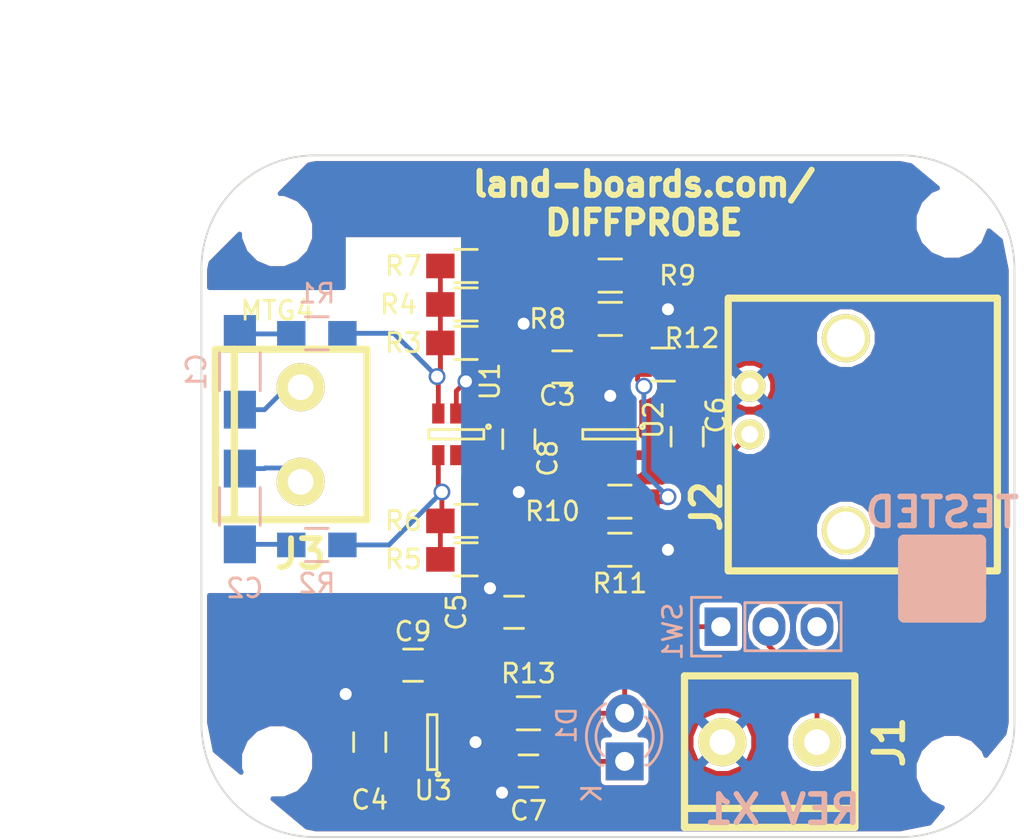
<source format=kicad_pcb>
(kicad_pcb (version 4) (host pcbnew 4.0.1-stable)

  (general
    (links 51)
    (no_connects 0)
    (area -10.999999 -7.85 48.847828 37.741)
    (thickness 1.6)
    (drawings 12)
    (tracks 118)
    (zones 0)
    (modules 35)
    (nets 19)
  )

  (page B)
  (title_block
    (title "8-Channel Opto-Isolated Output I2C")
    (rev X1)
    (company land-boards.com)
  )

  (layers
    (0 F.Cu signal)
    (31 B.Cu signal)
    (36 B.SilkS user)
    (37 F.SilkS user)
    (38 B.Mask user)
    (39 F.Mask user)
    (42 Eco1.User user)
    (44 Edge.Cuts user)
  )

  (setup
    (last_trace_width 0.254)
    (trace_clearance 0.254)
    (zone_clearance 0.254)
    (zone_45_only yes)
    (trace_min 0.254)
    (segment_width 0.2)
    (edge_width 0.1)
    (via_size 0.889)
    (via_drill 0.635)
    (via_min_size 0.889)
    (via_min_drill 0.508)
    (uvia_size 0.508)
    (uvia_drill 0.127)
    (uvias_allowed no)
    (uvia_min_size 0.508)
    (uvia_min_drill 0.127)
    (pcb_text_width 0.3)
    (pcb_text_size 1.5 1.5)
    (mod_edge_width 0.15)
    (mod_text_size 1.27 1.27)
    (mod_text_width 0.3175)
    (pad_size 9.525 9.525)
    (pad_drill 3.8354)
    (pad_to_mask_clearance 0)
    (aux_axis_origin 0 0)
    (visible_elements 7FFFFF7F)
    (pcbplotparams
      (layerselection 0x010f0_80000001)
      (usegerberextensions true)
      (excludeedgelayer true)
      (linewidth 0.150000)
      (plotframeref false)
      (viasonmask false)
      (mode 1)
      (useauxorigin false)
      (hpglpennumber 1)
      (hpglpenspeed 20)
      (hpglpendiameter 15)
      (hpglpenoverlay 2)
      (psnegative false)
      (psa4output false)
      (plotreference true)
      (plotvalue true)
      (plotinvisibletext false)
      (padsonsilk false)
      (subtractmaskfromsilk false)
      (outputformat 1)
      (mirror false)
      (drillshape 0)
      (scaleselection 1)
      (outputdirectory plots/))
  )

  (net 0 "")
  (net 1 GND)
  (net 2 +5V)
  (net 3 "Net-(C1-Pad1)")
  (net 4 "Net-(C2-Pad1)")
  (net 5 "Net-(C3-Pad1)")
  (net 6 "Net-(C3-Pad2)")
  (net 7 "Net-(C6-Pad2)")
  (net 8 "Net-(C7-Pad1)")
  (net 9 "Net-(R1-Pad1)")
  (net 10 "Net-(R2-Pad1)")
  (net 11 "Net-(R10-Pad1)")
  (net 12 "Net-(R10-Pad2)")
  (net 13 "Net-(C1-Pad2)")
  (net 14 "Net-(C2-Pad2)")
  (net 15 "Net-(C6-Pad1)")
  (net 16 "Net-(C9-Pad2)")
  (net 17 "Net-(J1-Pad1)")
  (net 18 "Net-(D1-Pad2)")

  (net_class Default "This is the default net class."
    (clearance 0.254)
    (trace_width 0.254)
    (via_dia 0.889)
    (via_drill 0.635)
    (uvia_dia 0.508)
    (uvia_drill 0.127)
    (add_net +5V)
    (add_net GND)
    (add_net "Net-(C1-Pad1)")
    (add_net "Net-(C1-Pad2)")
    (add_net "Net-(C2-Pad1)")
    (add_net "Net-(C2-Pad2)")
    (add_net "Net-(C3-Pad1)")
    (add_net "Net-(C3-Pad2)")
    (add_net "Net-(C6-Pad1)")
    (add_net "Net-(C6-Pad2)")
    (add_net "Net-(C7-Pad1)")
    (add_net "Net-(C9-Pad2)")
    (add_net "Net-(D1-Pad2)")
    (add_net "Net-(J1-Pad1)")
    (add_net "Net-(R1-Pad1)")
    (add_net "Net-(R10-Pad1)")
    (add_net "Net-(R10-Pad2)")
    (add_net "Net-(R2-Pad1)")
  )

  (module Mounting_Holes:MountingHole_3.2mm_M3 (layer F.Cu) (tedit 583668A0) (tstamp 58368D62)
    (at 39.624 32.512 180)
    (descr "Mounting Hole 3.2mm, no annular, M3")
    (tags "mounting hole 3.2mm no annular m3")
    (path /537A5CA4)
    (fp_text reference MTG1 (at 0 -4.2 180) (layer F.SilkS) hide
      (effects (font (size 1 1) (thickness 0.15)))
    )
    (fp_text value MTG_HOLE (at 0 4.2 180) (layer F.Fab) hide
      (effects (font (size 1 1) (thickness 0.15)))
    )
    (fp_circle (center 0 0) (end 3.2 0) (layer Cmts.User) (width 0.15))
    (fp_circle (center 0 0) (end 3.45 0) (layer F.CrtYd) (width 0.05))
    (pad 1 np_thru_hole circle (at 0 0 180) (size 3.2 3.2) (drill 3.2) (layers *.Cu *.Mask))
  )

  (module Resistors_SMD:R_1206_HandSoldering (layer B.Cu) (tedit 583667AD) (tstamp 58365C04)
    (at 2.032 11.43 270)
    (descr "Resistor SMD 1206, hand soldering")
    (tags "resistor 1206")
    (path /5836656E)
    (attr smd)
    (fp_text reference C1 (at 0 2.3 270) (layer B.SilkS)
      (effects (font (size 1 1) (thickness 0.15)) (justify mirror))
    )
    (fp_text value 2.2nF/1kV (at 0 -2.3 270) (layer B.Fab) hide
      (effects (font (size 1 1) (thickness 0.15)) (justify mirror))
    )
    (fp_line (start -1.6 -0.8) (end -1.6 0.8) (layer B.Fab) (width 0.1))
    (fp_line (start 1.6 -0.8) (end -1.6 -0.8) (layer B.Fab) (width 0.1))
    (fp_line (start 1.6 0.8) (end 1.6 -0.8) (layer B.Fab) (width 0.1))
    (fp_line (start -1.6 0.8) (end 1.6 0.8) (layer B.Fab) (width 0.1))
    (fp_line (start -3.3 1.2) (end 3.3 1.2) (layer B.CrtYd) (width 0.05))
    (fp_line (start -3.3 -1.2) (end 3.3 -1.2) (layer B.CrtYd) (width 0.05))
    (fp_line (start -3.3 1.2) (end -3.3 -1.2) (layer B.CrtYd) (width 0.05))
    (fp_line (start 3.3 1.2) (end 3.3 -1.2) (layer B.CrtYd) (width 0.05))
    (fp_line (start 1 -1.075) (end -1 -1.075) (layer B.SilkS) (width 0.15))
    (fp_line (start -1 1.075) (end 1 1.075) (layer B.SilkS) (width 0.15))
    (pad 1 smd rect (at -2 0 270) (size 2 1.7) (layers B.Cu B.Mask)
      (net 3 "Net-(C1-Pad1)"))
    (pad 2 smd rect (at 2 0 270) (size 2 1.7) (layers B.Cu B.Mask)
      (net 13 "Net-(C1-Pad2)"))
    (model Resistors_SMD.3dshapes/R_1206_HandSoldering.wrl
      (at (xyz 0 0 0))
      (scale (xyz 1 1 1))
      (rotate (xyz 0 0 0))
    )
  )

  (module Resistors_SMD:R_1206_HandSoldering (layer B.Cu) (tedit 5838D69F) (tstamp 58365C13)
    (at 2.032 18.542 90)
    (descr "Resistor SMD 1206, hand soldering")
    (tags "resistor 1206")
    (path /583668C4)
    (attr smd)
    (fp_text reference C2 (at -4.318 0.254 180) (layer B.SilkS)
      (effects (font (size 1 1) (thickness 0.15)) (justify mirror))
    )
    (fp_text value 2.2nF/1kV (at 0 -2.3 90) (layer B.Fab) hide
      (effects (font (size 1 1) (thickness 0.15)) (justify mirror))
    )
    (fp_line (start -1.6 -0.8) (end -1.6 0.8) (layer B.Fab) (width 0.1))
    (fp_line (start 1.6 -0.8) (end -1.6 -0.8) (layer B.Fab) (width 0.1))
    (fp_line (start 1.6 0.8) (end 1.6 -0.8) (layer B.Fab) (width 0.1))
    (fp_line (start -1.6 0.8) (end 1.6 0.8) (layer B.Fab) (width 0.1))
    (fp_line (start -3.3 1.2) (end 3.3 1.2) (layer B.CrtYd) (width 0.05))
    (fp_line (start -3.3 -1.2) (end 3.3 -1.2) (layer B.CrtYd) (width 0.05))
    (fp_line (start -3.3 1.2) (end -3.3 -1.2) (layer B.CrtYd) (width 0.05))
    (fp_line (start 3.3 1.2) (end 3.3 -1.2) (layer B.CrtYd) (width 0.05))
    (fp_line (start 1 -1.075) (end -1 -1.075) (layer B.SilkS) (width 0.15))
    (fp_line (start -1 1.075) (end 1 1.075) (layer B.SilkS) (width 0.15))
    (pad 1 smd rect (at -2 0 90) (size 2 1.7) (layers B.Cu B.Mask)
      (net 4 "Net-(C2-Pad1)"))
    (pad 2 smd rect (at 2 0 90) (size 2 1.7) (layers B.Cu B.Mask)
      (net 14 "Net-(C2-Pad2)"))
    (model Resistors_SMD.3dshapes/R_1206_HandSoldering.wrl
      (at (xyz 0 0 0))
      (scale (xyz 1 1 1))
      (rotate (xyz 0 0 0))
    )
  )

  (module Capacitors_SMD:C_0805_HandSoldering (layer F.Cu) (tedit 5838E46A) (tstamp 58365C22)
    (at 19.05 11.176 180)
    (descr "Capacitor SMD 0805, hand soldering")
    (tags "capacitor 0805")
    (path /5836D0EE)
    (attr smd)
    (fp_text reference C3 (at 0.254 -1.524 180) (layer F.SilkS)
      (effects (font (size 1 1) (thickness 0.15)))
    )
    (fp_text value 10nF (at 0 2.1 180) (layer F.Fab) hide
      (effects (font (size 1 1) (thickness 0.15)))
    )
    (fp_line (start -1 0.625) (end -1 -0.625) (layer F.Fab) (width 0.15))
    (fp_line (start 1 0.625) (end -1 0.625) (layer F.Fab) (width 0.15))
    (fp_line (start 1 -0.625) (end 1 0.625) (layer F.Fab) (width 0.15))
    (fp_line (start -1 -0.625) (end 1 -0.625) (layer F.Fab) (width 0.15))
    (fp_line (start -2.3 -1) (end 2.3 -1) (layer F.CrtYd) (width 0.05))
    (fp_line (start -2.3 1) (end 2.3 1) (layer F.CrtYd) (width 0.05))
    (fp_line (start -2.3 -1) (end -2.3 1) (layer F.CrtYd) (width 0.05))
    (fp_line (start 2.3 -1) (end 2.3 1) (layer F.CrtYd) (width 0.05))
    (fp_line (start 0.5 -0.85) (end -0.5 -0.85) (layer F.SilkS) (width 0.15))
    (fp_line (start -0.5 0.85) (end 0.5 0.85) (layer F.SilkS) (width 0.15))
    (pad 1 smd rect (at -1.25 0 180) (size 1.5 1.25) (layers F.Cu F.Mask)
      (net 5 "Net-(C3-Pad1)"))
    (pad 2 smd rect (at 1.25 0 180) (size 1.5 1.25) (layers F.Cu F.Mask)
      (net 6 "Net-(C3-Pad2)"))
    (model Capacitors_SMD.3dshapes/C_0805_HandSoldering.wrl
      (at (xyz 0 0 0))
      (scale (xyz 1 1 1))
      (rotate (xyz 0 0 0))
    )
  )

  (module Capacitors_SMD:C_0805_HandSoldering (layer F.Cu) (tedit 5838E4BE) (tstamp 58365C40)
    (at 8.89 30.988 90)
    (descr "Capacitor SMD 0805, hand soldering")
    (tags "capacitor 0805")
    (path /5836BDD6)
    (attr smd)
    (fp_text reference C4 (at -3.048 0 180) (layer F.SilkS)
      (effects (font (size 1 1) (thickness 0.15)))
    )
    (fp_text value 10nF (at 0 2.1 90) (layer F.Fab) hide
      (effects (font (size 1 1) (thickness 0.15)))
    )
    (fp_line (start -1 0.625) (end -1 -0.625) (layer F.Fab) (width 0.15))
    (fp_line (start 1 0.625) (end -1 0.625) (layer F.Fab) (width 0.15))
    (fp_line (start 1 -0.625) (end 1 0.625) (layer F.Fab) (width 0.15))
    (fp_line (start -1 -0.625) (end 1 -0.625) (layer F.Fab) (width 0.15))
    (fp_line (start -2.3 -1) (end 2.3 -1) (layer F.CrtYd) (width 0.05))
    (fp_line (start -2.3 1) (end 2.3 1) (layer F.CrtYd) (width 0.05))
    (fp_line (start -2.3 -1) (end -2.3 1) (layer F.CrtYd) (width 0.05))
    (fp_line (start 2.3 -1) (end 2.3 1) (layer F.CrtYd) (width 0.05))
    (fp_line (start 0.5 -0.85) (end -0.5 -0.85) (layer F.SilkS) (width 0.15))
    (fp_line (start -0.5 0.85) (end 0.5 0.85) (layer F.SilkS) (width 0.15))
    (pad 1 smd rect (at -1.25 0 90) (size 1.5 1.25) (layers F.Cu F.Mask)
      (net 2 +5V))
    (pad 2 smd rect (at 1.25 0 90) (size 1.5 1.25) (layers F.Cu F.Mask)
      (net 1 GND))
    (model Capacitors_SMD.3dshapes/C_0805_HandSoldering.wrl
      (at (xyz 0 0 0))
      (scale (xyz 1 1 1))
      (rotate (xyz 0 0 0))
    )
  )

  (module Capacitors_SMD:C_0805_HandSoldering (layer F.Cu) (tedit 5838E4C6) (tstamp 58365C50)
    (at 16.51 24.13 180)
    (descr "Capacitor SMD 0805, hand soldering")
    (tags "capacitor 0805")
    (path /58379FDF)
    (attr smd)
    (fp_text reference C5 (at 3.048 0 270) (layer F.SilkS)
      (effects (font (size 1 1) (thickness 0.15)))
    )
    (fp_text value 10nF (at 0 2.1 180) (layer F.Fab) hide
      (effects (font (size 1 1) (thickness 0.15)))
    )
    (fp_line (start -1 0.625) (end -1 -0.625) (layer F.Fab) (width 0.15))
    (fp_line (start 1 0.625) (end -1 0.625) (layer F.Fab) (width 0.15))
    (fp_line (start 1 -0.625) (end 1 0.625) (layer F.Fab) (width 0.15))
    (fp_line (start -1 -0.625) (end 1 -0.625) (layer F.Fab) (width 0.15))
    (fp_line (start -2.3 -1) (end 2.3 -1) (layer F.CrtYd) (width 0.05))
    (fp_line (start -2.3 1) (end 2.3 1) (layer F.CrtYd) (width 0.05))
    (fp_line (start -2.3 -1) (end -2.3 1) (layer F.CrtYd) (width 0.05))
    (fp_line (start 2.3 -1) (end 2.3 1) (layer F.CrtYd) (width 0.05))
    (fp_line (start 0.5 -0.85) (end -0.5 -0.85) (layer F.SilkS) (width 0.15))
    (fp_line (start -0.5 0.85) (end 0.5 0.85) (layer F.SilkS) (width 0.15))
    (pad 1 smd rect (at -1.25 0 180) (size 1.5 1.25) (layers F.Cu F.Mask)
      (net 2 +5V))
    (pad 2 smd rect (at 1.25 0 180) (size 1.5 1.25) (layers F.Cu F.Mask)
      (net 1 GND))
    (model Capacitors_SMD.3dshapes/C_0805_HandSoldering.wrl
      (at (xyz 0 0 0))
      (scale (xyz 1 1 1))
      (rotate (xyz 0 0 0))
    )
  )

  (module Capacitors_SMD:C_0805_HandSoldering (layer F.Cu) (tedit 5838E494) (tstamp 58365C60)
    (at 25.654 14.859 90)
    (descr "Capacitor SMD 0805, hand soldering")
    (tags "capacitor 0805")
    (path /583716E8)
    (attr smd)
    (fp_text reference C6 (at 1.143 1.524 90) (layer F.SilkS)
      (effects (font (size 1 1) (thickness 0.15)))
    )
    (fp_text value 1uF (at 0 2.1 90) (layer F.Fab) hide
      (effects (font (size 1 1) (thickness 0.15)))
    )
    (fp_line (start -1 0.625) (end -1 -0.625) (layer F.Fab) (width 0.15))
    (fp_line (start 1 0.625) (end -1 0.625) (layer F.Fab) (width 0.15))
    (fp_line (start 1 -0.625) (end 1 0.625) (layer F.Fab) (width 0.15))
    (fp_line (start -1 -0.625) (end 1 -0.625) (layer F.Fab) (width 0.15))
    (fp_line (start -2.3 -1) (end 2.3 -1) (layer F.CrtYd) (width 0.05))
    (fp_line (start -2.3 1) (end 2.3 1) (layer F.CrtYd) (width 0.05))
    (fp_line (start -2.3 -1) (end -2.3 1) (layer F.CrtYd) (width 0.05))
    (fp_line (start 2.3 -1) (end 2.3 1) (layer F.CrtYd) (width 0.05))
    (fp_line (start 0.5 -0.85) (end -0.5 -0.85) (layer F.SilkS) (width 0.15))
    (fp_line (start -0.5 0.85) (end 0.5 0.85) (layer F.SilkS) (width 0.15))
    (pad 1 smd rect (at -1.25 0 90) (size 1.5 1.25) (layers F.Cu F.Mask)
      (net 15 "Net-(C6-Pad1)"))
    (pad 2 smd rect (at 1.25 0 90) (size 1.5 1.25) (layers F.Cu F.Mask)
      (net 7 "Net-(C6-Pad2)"))
    (model Capacitors_SMD.3dshapes/C_0805_HandSoldering.wrl
      (at (xyz 0 0 0))
      (scale (xyz 1 1 1))
      (rotate (xyz 0 0 0))
    )
  )

  (module Capacitors_SMD:C_0805_HandSoldering (layer F.Cu) (tedit 58366724) (tstamp 58365C70)
    (at 17.272 32.512 180)
    (descr "Capacitor SMD 0805, hand soldering")
    (tags "capacitor 0805")
    (path /583651F8)
    (attr smd)
    (fp_text reference C7 (at 0 -2.1 180) (layer F.SilkS)
      (effects (font (size 1 1) (thickness 0.15)))
    )
    (fp_text value 1uF (at 0 2.1 180) (layer F.Fab) hide
      (effects (font (size 1 1) (thickness 0.15)))
    )
    (fp_line (start -1 0.625) (end -1 -0.625) (layer F.Fab) (width 0.15))
    (fp_line (start 1 0.625) (end -1 0.625) (layer F.Fab) (width 0.15))
    (fp_line (start 1 -0.625) (end 1 0.625) (layer F.Fab) (width 0.15))
    (fp_line (start -1 -0.625) (end 1 -0.625) (layer F.Fab) (width 0.15))
    (fp_line (start -2.3 -1) (end 2.3 -1) (layer F.CrtYd) (width 0.05))
    (fp_line (start -2.3 1) (end 2.3 1) (layer F.CrtYd) (width 0.05))
    (fp_line (start -2.3 -1) (end -2.3 1) (layer F.CrtYd) (width 0.05))
    (fp_line (start 2.3 -1) (end 2.3 1) (layer F.CrtYd) (width 0.05))
    (fp_line (start 0.5 -0.85) (end -0.5 -0.85) (layer F.SilkS) (width 0.15))
    (fp_line (start -0.5 0.85) (end 0.5 0.85) (layer F.SilkS) (width 0.15))
    (pad 1 smd rect (at -1.25 0 180) (size 1.5 1.25) (layers F.Cu F.Mask)
      (net 8 "Net-(C7-Pad1)"))
    (pad 2 smd rect (at 1.25 0 180) (size 1.5 1.25) (layers F.Cu F.Mask)
      (net 1 GND))
    (model Capacitors_SMD.3dshapes/C_0805_HandSoldering.wrl
      (at (xyz 0 0 0))
      (scale (xyz 1 1 1))
      (rotate (xyz 0 0 0))
    )
  )

  (module Capacitors_SMD:C_0805_HandSoldering (layer F.Cu) (tedit 5838E460) (tstamp 58365C80)
    (at 16.764 14.986 270)
    (descr "Capacitor SMD 0805, hand soldering")
    (tags "capacitor 0805")
    (path /5837A6FD)
    (attr smd)
    (fp_text reference C8 (at 1.016 -1.524 270) (layer F.SilkS)
      (effects (font (size 1 1) (thickness 0.15)))
    )
    (fp_text value 10uF (at 0 2.1 270) (layer F.Fab) hide
      (effects (font (size 1 1) (thickness 0.15)))
    )
    (fp_line (start -1 0.625) (end -1 -0.625) (layer F.Fab) (width 0.15))
    (fp_line (start 1 0.625) (end -1 0.625) (layer F.Fab) (width 0.15))
    (fp_line (start 1 -0.625) (end 1 0.625) (layer F.Fab) (width 0.15))
    (fp_line (start -1 -0.625) (end 1 -0.625) (layer F.Fab) (width 0.15))
    (fp_line (start -2.3 -1) (end 2.3 -1) (layer F.CrtYd) (width 0.05))
    (fp_line (start -2.3 1) (end 2.3 1) (layer F.CrtYd) (width 0.05))
    (fp_line (start -2.3 -1) (end -2.3 1) (layer F.CrtYd) (width 0.05))
    (fp_line (start 2.3 -1) (end 2.3 1) (layer F.CrtYd) (width 0.05))
    (fp_line (start 0.5 -0.85) (end -0.5 -0.85) (layer F.SilkS) (width 0.15))
    (fp_line (start -0.5 0.85) (end 0.5 0.85) (layer F.SilkS) (width 0.15))
    (pad 1 smd rect (at -1.25 0 270) (size 1.5 1.25) (layers F.Cu F.Mask)
      (net 2 +5V))
    (pad 2 smd rect (at 1.25 0 270) (size 1.5 1.25) (layers F.Cu F.Mask)
      (net 1 GND))
    (model Capacitors_SMD.3dshapes/C_0805_HandSoldering.wrl
      (at (xyz 0 0 0))
      (scale (xyz 1 1 1))
      (rotate (xyz 0 0 0))
    )
  )

  (module Capacitors_SMD:C_0805_HandSoldering (layer F.Cu) (tedit 5838E4B5) (tstamp 58365C90)
    (at 11.176 26.924 180)
    (descr "Capacitor SMD 0805, hand soldering")
    (tags "capacitor 0805")
    (path /583657AF)
    (attr smd)
    (fp_text reference C9 (at 0 1.778 180) (layer F.SilkS)
      (effects (font (size 1 1) (thickness 0.15)))
    )
    (fp_text value 10nF (at 0 2.1 180) (layer F.Fab) hide
      (effects (font (size 1 1) (thickness 0.15)))
    )
    (fp_line (start -1 0.625) (end -1 -0.625) (layer F.Fab) (width 0.15))
    (fp_line (start 1 0.625) (end -1 0.625) (layer F.Fab) (width 0.15))
    (fp_line (start 1 -0.625) (end 1 0.625) (layer F.Fab) (width 0.15))
    (fp_line (start -1 -0.625) (end 1 -0.625) (layer F.Fab) (width 0.15))
    (fp_line (start -2.3 -1) (end 2.3 -1) (layer F.CrtYd) (width 0.05))
    (fp_line (start -2.3 1) (end 2.3 1) (layer F.CrtYd) (width 0.05))
    (fp_line (start -2.3 -1) (end -2.3 1) (layer F.CrtYd) (width 0.05))
    (fp_line (start 2.3 -1) (end 2.3 1) (layer F.CrtYd) (width 0.05))
    (fp_line (start 0.5 -0.85) (end -0.5 -0.85) (layer F.SilkS) (width 0.15))
    (fp_line (start -0.5 0.85) (end 0.5 0.85) (layer F.SilkS) (width 0.15))
    (pad 1 smd rect (at -1.25 0 180) (size 1.5 1.25) (layers F.Cu F.Mask)
      (net 2 +5V))
    (pad 2 smd rect (at 1.25 0 180) (size 1.5 1.25) (layers F.Cu F.Mask)
      (net 16 "Net-(C9-Pad2)"))
    (model Capacitors_SMD.3dshapes/C_0805_HandSoldering.wrl
      (at (xyz 0 0 0))
      (scale (xyz 1 1 1))
      (rotate (xyz 0 0 0))
    )
  )

  (module Resistors_SMD:R_0805_HandSoldering (layer B.Cu) (tedit 583668CD) (tstamp 58365C91)
    (at 6.096 9.398 180)
    (descr "Resistor SMD 0805, hand soldering")
    (tags "resistor 0805")
    (path /58366D64)
    (attr smd)
    (fp_text reference R1 (at 0 2.1 180) (layer B.SilkS)
      (effects (font (size 1 1) (thickness 0.15)) (justify mirror))
    )
    (fp_text value 49.9K (at 0 -2.1 180) (layer B.Fab) hide
      (effects (font (size 1 1) (thickness 0.15)) (justify mirror))
    )
    (fp_line (start -1 -0.625) (end -1 0.625) (layer B.Fab) (width 0.1))
    (fp_line (start 1 -0.625) (end -1 -0.625) (layer B.Fab) (width 0.1))
    (fp_line (start 1 0.625) (end 1 -0.625) (layer B.Fab) (width 0.1))
    (fp_line (start -1 0.625) (end 1 0.625) (layer B.Fab) (width 0.1))
    (fp_line (start -2.4 1) (end 2.4 1) (layer B.CrtYd) (width 0.05))
    (fp_line (start -2.4 -1) (end 2.4 -1) (layer B.CrtYd) (width 0.05))
    (fp_line (start -2.4 1) (end -2.4 -1) (layer B.CrtYd) (width 0.05))
    (fp_line (start 2.4 1) (end 2.4 -1) (layer B.CrtYd) (width 0.05))
    (fp_line (start 0.6 -0.875) (end -0.6 -0.875) (layer B.SilkS) (width 0.15))
    (fp_line (start -0.6 0.875) (end 0.6 0.875) (layer B.SilkS) (width 0.15))
    (pad 1 smd rect (at -1.35 0 180) (size 1.5 1.3) (layers B.Cu B.Mask)
      (net 9 "Net-(R1-Pad1)"))
    (pad 2 smd rect (at 1.35 0 180) (size 1.5 1.3) (layers B.Cu B.Mask)
      (net 3 "Net-(C1-Pad1)"))
    (model Resistors_SMD.3dshapes/R_0805_HandSoldering.wrl
      (at (xyz 0 0 0))
      (scale (xyz 1 1 1))
      (rotate (xyz 0 0 0))
    )
  )

  (module Resistors_SMD:R_0805_HandSoldering (layer B.Cu) (tedit 5838D695) (tstamp 58365CA0)
    (at 6.096 20.574 180)
    (descr "Resistor SMD 0805, hand soldering")
    (tags "resistor 0805")
    (path /583670C8)
    (attr smd)
    (fp_text reference R2 (at 0 -2.032 180) (layer B.SilkS)
      (effects (font (size 1 1) (thickness 0.15)) (justify mirror))
    )
    (fp_text value 49.9K (at 0 -2.1 180) (layer B.Fab) hide
      (effects (font (size 1 1) (thickness 0.15)) (justify mirror))
    )
    (fp_line (start -1 -0.625) (end -1 0.625) (layer B.Fab) (width 0.1))
    (fp_line (start 1 -0.625) (end -1 -0.625) (layer B.Fab) (width 0.1))
    (fp_line (start 1 0.625) (end 1 -0.625) (layer B.Fab) (width 0.1))
    (fp_line (start -1 0.625) (end 1 0.625) (layer B.Fab) (width 0.1))
    (fp_line (start -2.4 1) (end 2.4 1) (layer B.CrtYd) (width 0.05))
    (fp_line (start -2.4 -1) (end 2.4 -1) (layer B.CrtYd) (width 0.05))
    (fp_line (start -2.4 1) (end -2.4 -1) (layer B.CrtYd) (width 0.05))
    (fp_line (start 2.4 1) (end 2.4 -1) (layer B.CrtYd) (width 0.05))
    (fp_line (start 0.6 -0.875) (end -0.6 -0.875) (layer B.SilkS) (width 0.15))
    (fp_line (start -0.6 0.875) (end 0.6 0.875) (layer B.SilkS) (width 0.15))
    (pad 1 smd rect (at -1.35 0 180) (size 1.5 1.3) (layers B.Cu B.Mask)
      (net 10 "Net-(R2-Pad1)"))
    (pad 2 smd rect (at 1.35 0 180) (size 1.5 1.3) (layers B.Cu B.Mask)
      (net 4 "Net-(C2-Pad1)"))
    (model Resistors_SMD.3dshapes/R_0805_HandSoldering.wrl
      (at (xyz 0 0 0))
      (scale (xyz 1 1 1))
      (rotate (xyz 0 0 0))
    )
  )

  (module Resistors_SMD:R_0805_HandSoldering (layer F.Cu) (tedit 5838E447) (tstamp 58365CAF)
    (at 13.97 9.906)
    (descr "Resistor SMD 0805, hand soldering")
    (tags "resistor 0805")
    (path /58367602)
    (attr smd)
    (fp_text reference R3 (at -3.302 0) (layer F.SilkS)
      (effects (font (size 1 1) (thickness 0.15)))
    )
    (fp_text value 549 (at 0 2.1) (layer F.Fab) hide
      (effects (font (size 1 1) (thickness 0.15)))
    )
    (fp_line (start -1 0.625) (end -1 -0.625) (layer F.Fab) (width 0.1))
    (fp_line (start 1 0.625) (end -1 0.625) (layer F.Fab) (width 0.1))
    (fp_line (start 1 -0.625) (end 1 0.625) (layer F.Fab) (width 0.1))
    (fp_line (start -1 -0.625) (end 1 -0.625) (layer F.Fab) (width 0.1))
    (fp_line (start -2.4 -1) (end 2.4 -1) (layer F.CrtYd) (width 0.05))
    (fp_line (start -2.4 1) (end 2.4 1) (layer F.CrtYd) (width 0.05))
    (fp_line (start -2.4 -1) (end -2.4 1) (layer F.CrtYd) (width 0.05))
    (fp_line (start 2.4 -1) (end 2.4 1) (layer F.CrtYd) (width 0.05))
    (fp_line (start 0.6 0.875) (end -0.6 0.875) (layer F.SilkS) (width 0.15))
    (fp_line (start -0.6 -0.875) (end 0.6 -0.875) (layer F.SilkS) (width 0.15))
    (pad 1 smd rect (at -1.35 0) (size 1.5 1.3) (layers F.Cu F.Mask)
      (net 9 "Net-(R1-Pad1)"))
    (pad 2 smd rect (at 1.35 0) (size 1.5 1.3) (layers F.Cu F.Mask)
      (net 1 GND))
    (model Resistors_SMD.3dshapes/R_0805_HandSoldering.wrl
      (at (xyz 0 0 0))
      (scale (xyz 1 1 1))
      (rotate (xyz 0 0 0))
    )
  )

  (module Resistors_SMD:R_0805_HandSoldering (layer F.Cu) (tedit 5838E440) (tstamp 58365CBE)
    (at 13.97 7.874)
    (descr "Resistor SMD 0805, hand soldering")
    (tags "resistor 0805")
    (path /58367664)
    (attr smd)
    (fp_text reference R4 (at -3.556 0) (layer F.SilkS)
      (effects (font (size 1 1) (thickness 0.15)))
    )
    (fp_text value 10K (at 0 2.1) (layer F.Fab) hide
      (effects (font (size 1 1) (thickness 0.15)))
    )
    (fp_line (start -1 0.625) (end -1 -0.625) (layer F.Fab) (width 0.1))
    (fp_line (start 1 0.625) (end -1 0.625) (layer F.Fab) (width 0.1))
    (fp_line (start 1 -0.625) (end 1 0.625) (layer F.Fab) (width 0.1))
    (fp_line (start -1 -0.625) (end 1 -0.625) (layer F.Fab) (width 0.1))
    (fp_line (start -2.4 -1) (end 2.4 -1) (layer F.CrtYd) (width 0.05))
    (fp_line (start -2.4 1) (end 2.4 1) (layer F.CrtYd) (width 0.05))
    (fp_line (start -2.4 -1) (end -2.4 1) (layer F.CrtYd) (width 0.05))
    (fp_line (start 2.4 -1) (end 2.4 1) (layer F.CrtYd) (width 0.05))
    (fp_line (start 0.6 0.875) (end -0.6 0.875) (layer F.SilkS) (width 0.15))
    (fp_line (start -0.6 -0.875) (end 0.6 -0.875) (layer F.SilkS) (width 0.15))
    (pad 1 smd rect (at -1.35 0) (size 1.5 1.3) (layers F.Cu F.Mask)
      (net 9 "Net-(R1-Pad1)"))
    (pad 2 smd rect (at 1.35 0) (size 1.5 1.3) (layers F.Cu F.Mask)
      (net 1 GND))
    (model Resistors_SMD.3dshapes/R_0805_HandSoldering.wrl
      (at (xyz 0 0 0))
      (scale (xyz 1 1 1))
      (rotate (xyz 0 0 0))
    )
  )

  (module Resistors_SMD:R_0805_HandSoldering (layer F.Cu) (tedit 5838E457) (tstamp 58365CCD)
    (at 13.97 21.336 180)
    (descr "Resistor SMD 0805, hand soldering")
    (tags "resistor 0805")
    (path /583679FB)
    (attr smd)
    (fp_text reference R5 (at 3.302 0 180) (layer F.SilkS)
      (effects (font (size 1 1) (thickness 0.15)))
    )
    (fp_text value 549 (at 0 2.1 180) (layer F.Fab) hide
      (effects (font (size 1 1) (thickness 0.15)))
    )
    (fp_line (start -1 0.625) (end -1 -0.625) (layer F.Fab) (width 0.1))
    (fp_line (start 1 0.625) (end -1 0.625) (layer F.Fab) (width 0.1))
    (fp_line (start 1 -0.625) (end 1 0.625) (layer F.Fab) (width 0.1))
    (fp_line (start -1 -0.625) (end 1 -0.625) (layer F.Fab) (width 0.1))
    (fp_line (start -2.4 -1) (end 2.4 -1) (layer F.CrtYd) (width 0.05))
    (fp_line (start -2.4 1) (end 2.4 1) (layer F.CrtYd) (width 0.05))
    (fp_line (start -2.4 -1) (end -2.4 1) (layer F.CrtYd) (width 0.05))
    (fp_line (start 2.4 -1) (end 2.4 1) (layer F.CrtYd) (width 0.05))
    (fp_line (start 0.6 0.875) (end -0.6 0.875) (layer F.SilkS) (width 0.15))
    (fp_line (start -0.6 -0.875) (end 0.6 -0.875) (layer F.SilkS) (width 0.15))
    (pad 1 smd rect (at -1.35 0 180) (size 1.5 1.3) (layers F.Cu F.Mask)
      (net 1 GND))
    (pad 2 smd rect (at 1.35 0 180) (size 1.5 1.3) (layers F.Cu F.Mask)
      (net 10 "Net-(R2-Pad1)"))
    (model Resistors_SMD.3dshapes/R_0805_HandSoldering.wrl
      (at (xyz 0 0 0))
      (scale (xyz 1 1 1))
      (rotate (xyz 0 0 0))
    )
  )

  (module Resistors_SMD:R_0805_HandSoldering (layer F.Cu) (tedit 5838E44F) (tstamp 58365CDC)
    (at 13.97 19.304)
    (descr "Resistor SMD 0805, hand soldering")
    (tags "resistor 0805")
    (path /58367A01)
    (attr smd)
    (fp_text reference R6 (at -3.302 0) (layer F.SilkS)
      (effects (font (size 1 1) (thickness 0.15)))
    )
    (fp_text value 4.99K (at 0 2.1) (layer F.Fab) hide
      (effects (font (size 1 1) (thickness 0.15)))
    )
    (fp_line (start -1 0.625) (end -1 -0.625) (layer F.Fab) (width 0.1))
    (fp_line (start 1 0.625) (end -1 0.625) (layer F.Fab) (width 0.1))
    (fp_line (start 1 -0.625) (end 1 0.625) (layer F.Fab) (width 0.1))
    (fp_line (start -1 -0.625) (end 1 -0.625) (layer F.Fab) (width 0.1))
    (fp_line (start -2.4 -1) (end 2.4 -1) (layer F.CrtYd) (width 0.05))
    (fp_line (start -2.4 1) (end 2.4 1) (layer F.CrtYd) (width 0.05))
    (fp_line (start -2.4 -1) (end -2.4 1) (layer F.CrtYd) (width 0.05))
    (fp_line (start 2.4 -1) (end 2.4 1) (layer F.CrtYd) (width 0.05))
    (fp_line (start 0.6 0.875) (end -0.6 0.875) (layer F.SilkS) (width 0.15))
    (fp_line (start -0.6 -0.875) (end 0.6 -0.875) (layer F.SilkS) (width 0.15))
    (pad 1 smd rect (at -1.35 0) (size 1.5 1.3) (layers F.Cu F.Mask)
      (net 10 "Net-(R2-Pad1)"))
    (pad 2 smd rect (at 1.35 0) (size 1.5 1.3) (layers F.Cu F.Mask)
      (net 6 "Net-(C3-Pad2)"))
    (model Resistors_SMD.3dshapes/R_0805_HandSoldering.wrl
      (at (xyz 0 0 0))
      (scale (xyz 1 1 1))
      (rotate (xyz 0 0 0))
    )
  )

  (module Resistors_SMD:R_0805_HandSoldering (layer F.Cu) (tedit 5838E43A) (tstamp 58365CEB)
    (at 13.97 5.842)
    (descr "Resistor SMD 0805, hand soldering")
    (tags "resistor 0805")
    (path /583693C6)
    (attr smd)
    (fp_text reference R7 (at -3.302 0) (layer F.SilkS)
      (effects (font (size 1 1) (thickness 0.15)))
    )
    (fp_text value 10K (at 0 2.1) (layer F.Fab) hide
      (effects (font (size 1 1) (thickness 0.15)))
    )
    (fp_line (start -1 0.625) (end -1 -0.625) (layer F.Fab) (width 0.1))
    (fp_line (start 1 0.625) (end -1 0.625) (layer F.Fab) (width 0.1))
    (fp_line (start 1 -0.625) (end 1 0.625) (layer F.Fab) (width 0.1))
    (fp_line (start -1 -0.625) (end 1 -0.625) (layer F.Fab) (width 0.1))
    (fp_line (start -2.4 -1) (end 2.4 -1) (layer F.CrtYd) (width 0.05))
    (fp_line (start -2.4 1) (end 2.4 1) (layer F.CrtYd) (width 0.05))
    (fp_line (start -2.4 -1) (end -2.4 1) (layer F.CrtYd) (width 0.05))
    (fp_line (start 2.4 -1) (end 2.4 1) (layer F.CrtYd) (width 0.05))
    (fp_line (start 0.6 0.875) (end -0.6 0.875) (layer F.SilkS) (width 0.15))
    (fp_line (start -0.6 -0.875) (end 0.6 -0.875) (layer F.SilkS) (width 0.15))
    (pad 1 smd rect (at -1.35 0) (size 1.5 1.3) (layers F.Cu F.Mask)
      (net 9 "Net-(R1-Pad1)"))
    (pad 2 smd rect (at 1.35 0) (size 1.5 1.3) (layers F.Cu F.Mask)
      (net 2 +5V))
    (model Resistors_SMD.3dshapes/R_0805_HandSoldering.wrl
      (at (xyz 0 0 0))
      (scale (xyz 1 1 1))
      (rotate (xyz 0 0 0))
    )
  )

  (module Resistors_SMD:R_0805_HandSoldering (layer F.Cu) (tedit 5838E47A) (tstamp 58365D09)
    (at 21.59 8.636)
    (descr "Resistor SMD 0805, hand soldering")
    (tags "resistor 0805")
    (path /5836E8D0)
    (attr smd)
    (fp_text reference R8 (at -3.302 0) (layer F.SilkS)
      (effects (font (size 1 1) (thickness 0.15)))
    )
    (fp_text value 10K (at 0 2.1) (layer F.Fab) hide
      (effects (font (size 1 1) (thickness 0.15)))
    )
    (fp_line (start -1 0.625) (end -1 -0.625) (layer F.Fab) (width 0.1))
    (fp_line (start 1 0.625) (end -1 0.625) (layer F.Fab) (width 0.1))
    (fp_line (start 1 -0.625) (end 1 0.625) (layer F.Fab) (width 0.1))
    (fp_line (start -1 -0.625) (end 1 -0.625) (layer F.Fab) (width 0.1))
    (fp_line (start -2.4 -1) (end 2.4 -1) (layer F.CrtYd) (width 0.05))
    (fp_line (start -2.4 1) (end 2.4 1) (layer F.CrtYd) (width 0.05))
    (fp_line (start -2.4 -1) (end -2.4 1) (layer F.CrtYd) (width 0.05))
    (fp_line (start 2.4 -1) (end 2.4 1) (layer F.CrtYd) (width 0.05))
    (fp_line (start 0.6 0.875) (end -0.6 0.875) (layer F.SilkS) (width 0.15))
    (fp_line (start -0.6 -0.875) (end 0.6 -0.875) (layer F.SilkS) (width 0.15))
    (pad 1 smd rect (at -1.35 0) (size 1.5 1.3) (layers F.Cu F.Mask)
      (net 5 "Net-(C3-Pad1)"))
    (pad 2 smd rect (at 1.35 0) (size 1.5 1.3) (layers F.Cu F.Mask)
      (net 1 GND))
    (model Resistors_SMD.3dshapes/R_0805_HandSoldering.wrl
      (at (xyz 0 0 0))
      (scale (xyz 1 1 1))
      (rotate (xyz 0 0 0))
    )
  )

  (module Resistors_SMD:R_0805_HandSoldering (layer F.Cu) (tedit 5838E473) (tstamp 58365D19)
    (at 21.59 6.35)
    (descr "Resistor SMD 0805, hand soldering")
    (tags "resistor 0805")
    (path /5836F28E)
    (attr smd)
    (fp_text reference R9 (at 3.556 0) (layer F.SilkS)
      (effects (font (size 1 1) (thickness 0.15)))
    )
    (fp_text value 191K (at 0 2.1) (layer F.Fab) hide
      (effects (font (size 1 1) (thickness 0.15)))
    )
    (fp_line (start -1 0.625) (end -1 -0.625) (layer F.Fab) (width 0.1))
    (fp_line (start 1 0.625) (end -1 0.625) (layer F.Fab) (width 0.1))
    (fp_line (start 1 -0.625) (end 1 0.625) (layer F.Fab) (width 0.1))
    (fp_line (start -1 -0.625) (end 1 -0.625) (layer F.Fab) (width 0.1))
    (fp_line (start -2.4 -1) (end 2.4 -1) (layer F.CrtYd) (width 0.05))
    (fp_line (start -2.4 1) (end 2.4 1) (layer F.CrtYd) (width 0.05))
    (fp_line (start -2.4 -1) (end -2.4 1) (layer F.CrtYd) (width 0.05))
    (fp_line (start 2.4 -1) (end 2.4 1) (layer F.CrtYd) (width 0.05))
    (fp_line (start 0.6 0.875) (end -0.6 0.875) (layer F.SilkS) (width 0.15))
    (fp_line (start -0.6 -0.875) (end 0.6 -0.875) (layer F.SilkS) (width 0.15))
    (pad 1 smd rect (at -1.35 0) (size 1.5 1.3) (layers F.Cu F.Mask)
      (net 5 "Net-(C3-Pad1)"))
    (pad 2 smd rect (at 1.35 0) (size 1.5 1.3) (layers F.Cu F.Mask)
      (net 2 +5V))
    (model Resistors_SMD.3dshapes/R_0805_HandSoldering.wrl
      (at (xyz 0 0 0))
      (scale (xyz 1 1 1))
      (rotate (xyz 0 0 0))
    )
  )

  (module Resistors_SMD:R_0805_HandSoldering (layer F.Cu) (tedit 5838E4A2) (tstamp 58365D29)
    (at 22.098 18.288)
    (descr "Resistor SMD 0805, hand soldering")
    (tags "resistor 0805")
    (path /5836FA6D)
    (attr smd)
    (fp_text reference R10 (at -3.556 0.508) (layer F.SilkS)
      (effects (font (size 1 1) (thickness 0.15)))
    )
    (fp_text value 499 (at 0 2.1) (layer F.Fab) hide
      (effects (font (size 1 1) (thickness 0.15)))
    )
    (fp_line (start -1 0.625) (end -1 -0.625) (layer F.Fab) (width 0.1))
    (fp_line (start 1 0.625) (end -1 0.625) (layer F.Fab) (width 0.1))
    (fp_line (start 1 -0.625) (end 1 0.625) (layer F.Fab) (width 0.1))
    (fp_line (start -1 -0.625) (end 1 -0.625) (layer F.Fab) (width 0.1))
    (fp_line (start -2.4 -1) (end 2.4 -1) (layer F.CrtYd) (width 0.05))
    (fp_line (start -2.4 1) (end 2.4 1) (layer F.CrtYd) (width 0.05))
    (fp_line (start -2.4 -1) (end -2.4 1) (layer F.CrtYd) (width 0.05))
    (fp_line (start 2.4 -1) (end 2.4 1) (layer F.CrtYd) (width 0.05))
    (fp_line (start 0.6 0.875) (end -0.6 0.875) (layer F.SilkS) (width 0.15))
    (fp_line (start -0.6 -0.875) (end 0.6 -0.875) (layer F.SilkS) (width 0.15))
    (pad 1 smd rect (at -1.35 0) (size 1.5 1.3) (layers F.Cu F.Mask)
      (net 11 "Net-(R10-Pad1)"))
    (pad 2 smd rect (at 1.35 0) (size 1.5 1.3) (layers F.Cu F.Mask)
      (net 12 "Net-(R10-Pad2)"))
    (model Resistors_SMD.3dshapes/R_0805_HandSoldering.wrl
      (at (xyz 0 0 0))
      (scale (xyz 1 1 1))
      (rotate (xyz 0 0 0))
    )
  )

  (module Resistors_SMD:R_0805_HandSoldering (layer F.Cu) (tedit 5838E4AC) (tstamp 58365D39)
    (at 22.098 20.828 180)
    (descr "Resistor SMD 0805, hand soldering")
    (tags "resistor 0805")
    (path /5836F6C1)
    (attr smd)
    (fp_text reference R11 (at 0 -1.778 180) (layer F.SilkS)
      (effects (font (size 1 1) (thickness 0.15)))
    )
    (fp_text value 54.9 (at 0 2.1 180) (layer F.Fab) hide
      (effects (font (size 1 1) (thickness 0.15)))
    )
    (fp_line (start -1 0.625) (end -1 -0.625) (layer F.Fab) (width 0.1))
    (fp_line (start 1 0.625) (end -1 0.625) (layer F.Fab) (width 0.1))
    (fp_line (start 1 -0.625) (end 1 0.625) (layer F.Fab) (width 0.1))
    (fp_line (start -1 -0.625) (end 1 -0.625) (layer F.Fab) (width 0.1))
    (fp_line (start -2.4 -1) (end 2.4 -1) (layer F.CrtYd) (width 0.05))
    (fp_line (start -2.4 1) (end 2.4 1) (layer F.CrtYd) (width 0.05))
    (fp_line (start -2.4 -1) (end -2.4 1) (layer F.CrtYd) (width 0.05))
    (fp_line (start 2.4 -1) (end 2.4 1) (layer F.CrtYd) (width 0.05))
    (fp_line (start 0.6 0.875) (end -0.6 0.875) (layer F.SilkS) (width 0.15))
    (fp_line (start -0.6 -0.875) (end 0.6 -0.875) (layer F.SilkS) (width 0.15))
    (pad 1 smd rect (at -1.35 0 180) (size 1.5 1.3) (layers F.Cu F.Mask)
      (net 1 GND))
    (pad 2 smd rect (at 1.35 0 180) (size 1.5 1.3) (layers F.Cu F.Mask)
      (net 11 "Net-(R10-Pad1)"))
    (model Resistors_SMD.3dshapes/R_0805_HandSoldering.wrl
      (at (xyz 0 0 0))
      (scale (xyz 1 1 1))
      (rotate (xyz 0 0 0))
    )
  )

  (module Resistors_SMD:R_0805_HandSoldering (layer F.Cu) (tedit 5838E481) (tstamp 58365D49)
    (at 24.384 11.049)
    (descr "Resistor SMD 0805, hand soldering")
    (tags "resistor 0805")
    (path /58371BCF)
    (attr smd)
    (fp_text reference R12 (at 1.524 -1.397) (layer F.SilkS)
      (effects (font (size 1 1) (thickness 0.15)))
    )
    (fp_text value 48.7 (at 0 2.1) (layer F.Fab) hide
      (effects (font (size 1 1) (thickness 0.15)))
    )
    (fp_line (start -1 0.625) (end -1 -0.625) (layer F.Fab) (width 0.1))
    (fp_line (start 1 0.625) (end -1 0.625) (layer F.Fab) (width 0.1))
    (fp_line (start 1 -0.625) (end 1 0.625) (layer F.Fab) (width 0.1))
    (fp_line (start -1 -0.625) (end 1 -0.625) (layer F.Fab) (width 0.1))
    (fp_line (start -2.4 -1) (end 2.4 -1) (layer F.CrtYd) (width 0.05))
    (fp_line (start -2.4 1) (end 2.4 1) (layer F.CrtYd) (width 0.05))
    (fp_line (start -2.4 -1) (end -2.4 1) (layer F.CrtYd) (width 0.05))
    (fp_line (start 2.4 -1) (end 2.4 1) (layer F.CrtYd) (width 0.05))
    (fp_line (start 0.6 0.875) (end -0.6 0.875) (layer F.SilkS) (width 0.15))
    (fp_line (start -0.6 -0.875) (end 0.6 -0.875) (layer F.SilkS) (width 0.15))
    (pad 1 smd rect (at -1.35 0) (size 1.5 1.3) (layers F.Cu F.Mask)
      (net 12 "Net-(R10-Pad2)"))
    (pad 2 smd rect (at 1.35 0) (size 1.5 1.3) (layers F.Cu F.Mask)
      (net 7 "Net-(C6-Pad2)"))
    (model Resistors_SMD.3dshapes/R_0805_HandSoldering.wrl
      (at (xyz 0 0 0))
      (scale (xyz 1 1 1))
      (rotate (xyz 0 0 0))
    )
  )

  (module Resistors_SMD:R_0805_HandSoldering (layer F.Cu) (tedit 58365E41) (tstamp 58365D59)
    (at 17.272 29.464)
    (descr "Resistor SMD 0805, hand soldering")
    (tags "resistor 0805")
    (path /5836516B)
    (attr smd)
    (fp_text reference R13 (at 0 -2.1) (layer F.SilkS)
      (effects (font (size 1 1) (thickness 0.15)))
    )
    (fp_text value 75 (at 0 2.1) (layer F.Fab) hide
      (effects (font (size 1 1) (thickness 0.15)))
    )
    (fp_line (start -1 0.625) (end -1 -0.625) (layer F.Fab) (width 0.1))
    (fp_line (start 1 0.625) (end -1 0.625) (layer F.Fab) (width 0.1))
    (fp_line (start 1 -0.625) (end 1 0.625) (layer F.Fab) (width 0.1))
    (fp_line (start -1 -0.625) (end 1 -0.625) (layer F.Fab) (width 0.1))
    (fp_line (start -2.4 -1) (end 2.4 -1) (layer F.CrtYd) (width 0.05))
    (fp_line (start -2.4 1) (end 2.4 1) (layer F.CrtYd) (width 0.05))
    (fp_line (start -2.4 -1) (end -2.4 1) (layer F.CrtYd) (width 0.05))
    (fp_line (start 2.4 -1) (end 2.4 1) (layer F.CrtYd) (width 0.05))
    (fp_line (start 0.6 0.875) (end -0.6 0.875) (layer F.SilkS) (width 0.15))
    (fp_line (start -0.6 -0.875) (end 0.6 -0.875) (layer F.SilkS) (width 0.15))
    (pad 1 smd rect (at -1.35 0) (size 1.5 1.3) (layers F.Cu F.Mask)
      (net 8 "Net-(C7-Pad1)"))
    (pad 2 smd rect (at 1.35 0) (size 1.5 1.3) (layers F.Cu F.Mask)
      (net 18 "Net-(D1-Pad2)"))
    (model Resistors_SMD.3dshapes/R_0805_HandSoldering.wrl
      (at (xyz 0 0 0))
      (scale (xyz 1 1 1))
      (rotate (xyz 0 0 0))
    )
  )

  (module DougsNewMods:TEST_BLK-REAR (layer F.Cu) (tedit 5838E4D7) (tstamp 58365D70)
    (at 39.116 22.352)
    (path /580F6225)
    (fp_text reference TESTED (at 0 -3.5) (layer B.SilkS)
      (effects (font (thickness 0.3048)) (justify mirror))
    )
    (fp_text value TESTED_COUPON (at 0 4) (layer F.SilkS) hide
      (effects (font (thickness 0.3048)))
    )
    (fp_line (start -2 -2) (end 2 -2) (layer B.SilkS) (width 0.65))
    (fp_line (start 2 -2) (end 2 2) (layer B.SilkS) (width 0.65))
    (fp_line (start 2 2) (end -2 2) (layer B.SilkS) (width 0.65))
    (fp_line (start -2 2) (end -2 -2) (layer B.SilkS) (width 0.65))
    (fp_line (start -2 -2) (end -2 -1.5) (layer B.SilkS) (width 0.65))
    (fp_line (start -2 -1.5) (end 2 -1.5) (layer B.SilkS) (width 0.65))
    (fp_line (start 2 -1.5) (end 2 -1) (layer B.SilkS) (width 0.65))
    (fp_line (start 2 -1) (end -2 -1) (layer B.SilkS) (width 0.65))
    (fp_line (start -2 -1) (end -2 -0.5) (layer B.SilkS) (width 0.65))
    (fp_line (start -2 -0.5) (end 2 -0.5) (layer B.SilkS) (width 0.65))
    (fp_line (start 2 -0.5) (end 2 0) (layer B.SilkS) (width 0.65))
    (fp_line (start 2 0) (end -2 0) (layer B.SilkS) (width 0.65))
    (fp_line (start -2 0) (end -2 0.5) (layer B.SilkS) (width 0.65))
    (fp_line (start -2 0.5) (end 1.5 0.5) (layer B.SilkS) (width 0.65))
    (fp_line (start 1.5 0.5) (end 2 0.5) (layer B.SilkS) (width 0.65))
    (fp_line (start 2 0.5) (end 2 1) (layer B.SilkS) (width 0.65))
    (fp_line (start 2 1) (end -2 1) (layer B.SilkS) (width 0.65))
    (fp_line (start -2 1) (end -2 1.5) (layer B.SilkS) (width 0.65))
    (fp_line (start -2 1.5) (end 2 1.5) (layer B.SilkS) (width 0.65))
  )

  (module dougsLib:TB2-5MM (layer F.Cu) (tedit 583660B1) (tstamp 583673F5)
    (at 32.512 30.988 180)
    (path /58364F49)
    (fp_text reference J1 (at -3.81 0 270) (layer F.SilkS)
      (effects (font (thickness 0.3048)))
    )
    (fp_text value CONN_01X02 (at 2 5 180) (layer F.SilkS) hide
      (effects (font (thickness 0.3048)))
    )
    (fp_line (start -2 -4.5) (end -2 3.5) (layer F.SilkS) (width 0.381))
    (fp_line (start 7 -4.5) (end 7 3.5) (layer F.SilkS) (width 0.381))
    (fp_line (start -2 3.5) (end 7 3.5) (layer F.SilkS) (width 0.381))
    (fp_line (start -2 -3.5) (end 7 -3.5) (layer F.SilkS) (width 0.381))
    (fp_line (start -2 -4.5) (end 7 -4.5) (layer F.SilkS) (width 0.381))
    (pad 1 thru_hole circle (at 0 0 180) (size 2.54 2.54) (drill 1.3589) (layers *.Cu *.Mask F.SilkS)
      (net 17 "Net-(J1-Pad1)"))
    (pad 2 thru_hole circle (at 5 0 180) (size 2.54 2.54) (drill 1.3589) (layers *.Cu *.Mask F.SilkS)
      (net 1 GND))
  )

  (module dougsLib:TB2-5MM (layer F.Cu) (tedit 583660AA) (tstamp 58367400)
    (at 5.24 17.242 90)
    (path /58364F6E)
    (fp_text reference J3 (at -3.81 0 180) (layer F.SilkS)
      (effects (font (thickness 0.3048)))
    )
    (fp_text value CONN_01X02 (at 2 5 90) (layer F.SilkS) hide
      (effects (font (thickness 0.3048)))
    )
    (fp_line (start -2 -4.5) (end -2 3.5) (layer F.SilkS) (width 0.381))
    (fp_line (start 7 -4.5) (end 7 3.5) (layer F.SilkS) (width 0.381))
    (fp_line (start -2 3.5) (end 7 3.5) (layer F.SilkS) (width 0.381))
    (fp_line (start -2 -3.5) (end 7 -3.5) (layer F.SilkS) (width 0.381))
    (fp_line (start -2 -4.5) (end 7 -4.5) (layer F.SilkS) (width 0.381))
    (pad 1 thru_hole circle (at 0 0 90) (size 2.54 2.54) (drill 1.3589) (layers *.Cu *.Mask F.SilkS)
      (net 14 "Net-(C2-Pad2)"))
    (pad 2 thru_hole circle (at 5 0 90) (size 2.54 2.54) (drill 1.3589) (layers *.Cu *.Mask F.SilkS)
      (net 13 "Net-(C1-Pad2)"))
  )

  (module TO_SOT_Packages_SMD:SOT-23-6 (layer F.Cu) (tedit 5838E282) (tstamp 58367597)
    (at 13.462 14.732 270)
    (descr "6-pin SOT-23 package")
    (tags SOT-23-6)
    (path /58369349)
    (attr smd)
    (fp_text reference U1 (at -2.794 -1.778 270) (layer F.SilkS)
      (effects (font (size 1 1) (thickness 0.15)))
    )
    (fp_text value LTC6268S6 (at 0 2.9 270) (layer F.Fab) hide
      (effects (font (size 1 1) (thickness 0.15)))
    )
    (fp_circle (center -0.4 -1.7) (end -0.3 -1.7) (layer F.SilkS) (width 0.15))
    (fp_line (start 0.25 -1.45) (end -0.25 -1.45) (layer F.SilkS) (width 0.15))
    (fp_line (start 0.25 1.45) (end 0.25 -1.45) (layer F.SilkS) (width 0.15))
    (fp_line (start -0.25 1.45) (end 0.25 1.45) (layer F.SilkS) (width 0.15))
    (fp_line (start -0.25 -1.45) (end -0.25 1.45) (layer F.SilkS) (width 0.15))
    (pad 1 smd rect (at -1.1 -0.95 270) (size 1.06 0.65) (layers F.Cu F.Mask)
      (net 6 "Net-(C3-Pad2)"))
    (pad 2 smd rect (at -1.1 0 270) (size 1.06 0.65) (layers F.Cu F.Mask)
      (net 1 GND))
    (pad 3 smd rect (at -1.1 0.95 270) (size 1.06 0.65) (layers F.Cu F.Mask)
      (net 9 "Net-(R1-Pad1)"))
    (pad 4 smd rect (at 1.1 0.95 270) (size 1.06 0.65) (layers F.Cu F.Mask)
      (net 10 "Net-(R2-Pad1)"))
    (pad 6 smd rect (at 1.1 -0.95 270) (size 1.06 0.65) (layers F.Cu F.Mask)
      (net 2 +5V))
    (pad 5 smd rect (at 1.1 0 270) (size 1.06 0.65) (layers F.Cu F.Mask))
    (model TO_SOT_Packages_SMD.3dshapes/SOT-23-6.wrl
      (at (xyz 0 0 0))
      (scale (xyz 1 1 1))
      (rotate (xyz 0 0 0))
    )
  )

  (module TO_SOT_Packages_SMD:SOT-23-6 (layer F.Cu) (tedit 5838E49A) (tstamp 583675A5)
    (at 21.59 14.732 270)
    (descr "6-pin SOT-23 package")
    (tags SOT-23-6)
    (path /5836E257)
    (attr smd)
    (fp_text reference U2 (at -0.762 -2.286 270) (layer F.SilkS)
      (effects (font (size 1 1) (thickness 0.15)))
    )
    (fp_text value LTC6268S6 (at 0 2.9 270) (layer F.Fab) hide
      (effects (font (size 1 1) (thickness 0.15)))
    )
    (fp_circle (center -0.4 -1.7) (end -0.3 -1.7) (layer F.SilkS) (width 0.15))
    (fp_line (start 0.25 -1.45) (end -0.25 -1.45) (layer F.SilkS) (width 0.15))
    (fp_line (start 0.25 1.45) (end 0.25 -1.45) (layer F.SilkS) (width 0.15))
    (fp_line (start -0.25 1.45) (end 0.25 1.45) (layer F.SilkS) (width 0.15))
    (fp_line (start -0.25 -1.45) (end -0.25 1.45) (layer F.SilkS) (width 0.15))
    (pad 1 smd rect (at -1.1 -0.95 270) (size 1.06 0.65) (layers F.Cu F.Mask)
      (net 12 "Net-(R10-Pad2)"))
    (pad 2 smd rect (at -1.1 0 270) (size 1.06 0.65) (layers F.Cu F.Mask)
      (net 1 GND))
    (pad 3 smd rect (at -1.1 0.95 270) (size 1.06 0.65) (layers F.Cu F.Mask)
      (net 5 "Net-(C3-Pad1)"))
    (pad 4 smd rect (at 1.1 0.95 270) (size 1.06 0.65) (layers F.Cu F.Mask)
      (net 11 "Net-(R10-Pad1)"))
    (pad 6 smd rect (at 1.1 -0.95 270) (size 1.06 0.65) (layers F.Cu F.Mask)
      (net 2 +5V))
    (pad 5 smd rect (at 1.1 0 270) (size 1.06 0.65) (layers F.Cu F.Mask))
    (model TO_SOT_Packages_SMD.3dshapes/SOT-23-6.wrl
      (at (xyz 0 0 0))
      (scale (xyz 1 1 1))
      (rotate (xyz 0 0 0))
    )
  )

  (module TO_SOT_Packages_SMD:SOT-23-5 (layer F.Cu) (tedit 58365E48) (tstamp 58367BD0)
    (at 12.192 30.988 180)
    (descr "5-pin SOT23 package")
    (tags SOT-23-5)
    (path /58365696)
    (attr smd)
    (fp_text reference U3 (at -0.05 -2.55 180) (layer F.SilkS)
      (effects (font (size 1 1) (thickness 0.15)))
    )
    (fp_text value LT1761 (at -0.05 2.35 180) (layer F.Fab) hide
      (effects (font (size 1 1) (thickness 0.15)))
    )
    (fp_line (start -1.8 -1.6) (end 1.8 -1.6) (layer F.CrtYd) (width 0.05))
    (fp_line (start 1.8 -1.6) (end 1.8 1.6) (layer F.CrtYd) (width 0.05))
    (fp_line (start 1.8 1.6) (end -1.8 1.6) (layer F.CrtYd) (width 0.05))
    (fp_line (start -1.8 1.6) (end -1.8 -1.6) (layer F.CrtYd) (width 0.05))
    (fp_circle (center -0.3 -1.7) (end -0.2 -1.7) (layer F.SilkS) (width 0.15))
    (fp_line (start 0.25 -1.45) (end -0.25 -1.45) (layer F.SilkS) (width 0.15))
    (fp_line (start 0.25 1.45) (end 0.25 -1.45) (layer F.SilkS) (width 0.15))
    (fp_line (start -0.25 1.45) (end 0.25 1.45) (layer F.SilkS) (width 0.15))
    (fp_line (start -0.25 -1.45) (end -0.25 1.45) (layer F.SilkS) (width 0.15))
    (pad 1 smd rect (at -1.1 -0.95 180) (size 1.06 0.65) (layers F.Cu F.Mask)
      (net 8 "Net-(C7-Pad1)"))
    (pad 2 smd rect (at -1.1 0 180) (size 1.06 0.65) (layers F.Cu F.Mask)
      (net 1 GND))
    (pad 3 smd rect (at -1.1 0.95 180) (size 1.06 0.65) (layers F.Cu F.Mask)
      (net 8 "Net-(C7-Pad1)"))
    (pad 4 smd rect (at 1.1 0.95 180) (size 1.06 0.65) (layers F.Cu F.Mask)
      (net 16 "Net-(C9-Pad2)"))
    (pad 5 smd rect (at 1.1 -0.95 180) (size 1.06 0.65) (layers F.Cu F.Mask)
      (net 2 +5V))
    (model TO_SOT_Packages_SMD.3dshapes/SOT-23-5.wrl
      (at (xyz 0 0 0))
      (scale (xyz 1 1 1))
      (rotate (xyz 0 0 0))
    )
  )

  (module LEDs:LED-3MM (layer B.Cu) (tedit 58366D2A) (tstamp 58368CFB)
    (at 22.352 32.004 90)
    (descr "LED 3mm round vertical")
    (tags "LED  3mm round vertical")
    (path /583650FC)
    (fp_text reference D1 (at 1.91 -3.06 90) (layer B.SilkS)
      (effects (font (size 1 1) (thickness 0.15)) (justify mirror))
    )
    (fp_text value LED (at 1.3 2.9 90) (layer B.Fab) hide
      (effects (font (size 1 1) (thickness 0.15)) (justify mirror))
    )
    (fp_line (start -1.2 -2.3) (end 3.8 -2.3) (layer B.CrtYd) (width 0.05))
    (fp_line (start 3.8 -2.3) (end 3.8 2.2) (layer B.CrtYd) (width 0.05))
    (fp_line (start 3.8 2.2) (end -1.2 2.2) (layer B.CrtYd) (width 0.05))
    (fp_line (start -1.2 2.2) (end -1.2 -2.3) (layer B.CrtYd) (width 0.05))
    (fp_line (start -0.199 -1.314) (end -0.199 -1.114) (layer B.SilkS) (width 0.15))
    (fp_line (start -0.199 1.28) (end -0.199 1.1) (layer B.SilkS) (width 0.15))
    (fp_arc (start 1.301 -0.034) (end -0.199 1.286) (angle -108.5) (layer B.SilkS) (width 0.15))
    (fp_arc (start 1.301 -0.034) (end 0.25 1.1) (angle -85.7) (layer B.SilkS) (width 0.15))
    (fp_arc (start 1.311 -0.034) (end 3.051 -0.994) (angle -110) (layer B.SilkS) (width 0.15))
    (fp_arc (start 1.301 -0.034) (end 2.335 -1.094) (angle -87.5) (layer B.SilkS) (width 0.15))
    (fp_text user K (at -1.69 -1.74 90) (layer B.SilkS)
      (effects (font (size 1 1) (thickness 0.15)) (justify mirror))
    )
    (pad 1 thru_hole rect (at 0 0) (size 2 2) (drill 1.00076) (layers *.Cu *.Mask)
      (net 8 "Net-(C7-Pad1)"))
    (pad 2 thru_hole circle (at 2.54 0 90) (size 2 2) (drill 1.00076) (layers *.Cu *.Mask)
      (net 18 "Net-(D1-Pad2)"))
    (model LEDs.3dshapes/LED-3MM.wrl
      (at (xyz 0.05 0 0))
      (scale (xyz 1 1 1))
      (rotate (xyz 0 0 90))
    )
  )

  (module dougsLib:BNC-RT (layer F.Cu) (tedit 5838E48A) (tstamp 58368D07)
    (at 28.956 14.732 270)
    (path /58371E73)
    (fp_text reference J2 (at 3.81 2.286 270) (layer F.SilkS)
      (effects (font (thickness 0.3048)))
    )
    (fp_text value BNC (at -0.14986 6.2992 270) (layer F.SilkS) hide
      (effects (font (thickness 0.3048)))
    )
    (fp_line (start -7.1882 1.1176) (end -7.1882 -13.08354) (layer F.SilkS) (width 0.381))
    (fp_line (start -7.19328 -13.07846) (end 7.20598 -13.07846) (layer F.SilkS) (width 0.381))
    (fp_line (start 7.21106 -13.08354) (end 7.21106 1.1176) (layer F.SilkS) (width 0.381))
    (fp_line (start -7.1882 1.13538) (end 7.21106 1.13538) (layer F.SilkS) (width 0.381))
    (pad 1 thru_hole circle (at 0 0 270) (size 1.5748 1.5748) (drill 0.889) (layers *.Cu *.Mask F.SilkS)
      (net 15 "Net-(C6-Pad1)"))
    (pad 2 thru_hole circle (at -2.54 0 270) (size 1.651 1.651) (drill 0.889) (layers *.Cu *.Mask F.SilkS)
      (net 1 GND))
    (pad "" thru_hole circle (at -5.08 -5.08 270) (size 2.54 2.54) (drill 2.00914) (layers *.Cu *.Mask F.SilkS))
    (pad "" thru_hole circle (at 5.08 -5.08 270) (size 2.54 2.54) (drill 2.00914) (layers *.Cu *.Mask F.SilkS))
  )

  (module Pin_Headers:Pin_Header_Straight_1x03 (layer B.Cu) (tedit 5838E526) (tstamp 58368D19)
    (at 27.432 24.892 270)
    (descr "Through hole pin header")
    (tags "pin header")
    (path /5836504B)
    (fp_text reference SW1 (at 0.254 2.54 270) (layer B.SilkS)
      (effects (font (size 1 1) (thickness 0.15)) (justify mirror))
    )
    (fp_text value SPST (at 0 3.1 270) (layer B.Fab) hide
      (effects (font (size 1 1) (thickness 0.15)) (justify mirror))
    )
    (fp_line (start -1.75 1.75) (end -1.75 -6.85) (layer B.CrtYd) (width 0.05))
    (fp_line (start 1.75 1.75) (end 1.75 -6.85) (layer B.CrtYd) (width 0.05))
    (fp_line (start -1.75 1.75) (end 1.75 1.75) (layer B.CrtYd) (width 0.05))
    (fp_line (start -1.75 -6.85) (end 1.75 -6.85) (layer B.CrtYd) (width 0.05))
    (fp_line (start -1.27 -1.27) (end -1.27 -6.35) (layer B.SilkS) (width 0.15))
    (fp_line (start -1.27 -6.35) (end 1.27 -6.35) (layer B.SilkS) (width 0.15))
    (fp_line (start 1.27 -6.35) (end 1.27 -1.27) (layer B.SilkS) (width 0.15))
    (fp_line (start 1.55 1.55) (end 1.55 0) (layer B.SilkS) (width 0.15))
    (fp_line (start 1.27 -1.27) (end -1.27 -1.27) (layer B.SilkS) (width 0.15))
    (fp_line (start -1.55 0) (end -1.55 1.55) (layer B.SilkS) (width 0.15))
    (fp_line (start -1.55 1.55) (end 1.55 1.55) (layer B.SilkS) (width 0.15))
    (pad 1 thru_hole rect (at 0 0 270) (size 2.032 1.7272) (drill 1.016) (layers *.Cu *.Mask)
      (net 18 "Net-(D1-Pad2)"))
    (pad 2 thru_hole oval (at 0 -2.54 270) (size 2.032 1.7272) (drill 1.016) (layers *.Cu *.Mask)
      (net 17 "Net-(J1-Pad1)"))
    (pad 3 thru_hole oval (at 0 -5.08 270) (size 2.032 1.7272) (drill 1.016) (layers *.Cu *.Mask))
    (model Pin_Headers.3dshapes/Pin_Header_Straight_1x03.wrl
      (at (xyz 0 -0.1 0))
      (scale (xyz 1 1 1))
      (rotate (xyz 0 0 90))
    )
  )

  (module Mounting_Holes:MountingHole_3.2mm_M3 (layer F.Cu) (tedit 58366891) (tstamp 58368D68)
    (at 4 32 180)
    (descr "Mounting Hole 3.2mm, no annular, M3")
    (tags "mounting hole 3.2mm no annular m3")
    (path /537A5C95)
    (fp_text reference MTG2 (at 0 -4.2 180) (layer F.SilkS) hide
      (effects (font (size 1 1) (thickness 0.15)))
    )
    (fp_text value MTG_HOLE (at 0 4.2 180) (layer F.Fab) hide
      (effects (font (size 1 1) (thickness 0.15)))
    )
    (fp_circle (center 0 0) (end 3.2 0) (layer Cmts.User) (width 0.15))
    (fp_circle (center 0 0) (end 3.45 0) (layer F.CrtYd) (width 0.05))
    (pad 1 np_thru_hole circle (at 0 0 180) (size 3.2 3.2) (drill 3.2) (layers *.Cu *.Mask))
  )

  (module Mounting_Holes:MountingHole_3.2mm_M3 (layer F.Cu) (tedit 58366887) (tstamp 58368D6E)
    (at 39.624 3.556 180)
    (descr "Mounting Hole 3.2mm, no annular, M3")
    (tags "mounting hole 3.2mm no annular m3")
    (path /537A5C86)
    (fp_text reference MTG3 (at 0 -4.2 180) (layer F.SilkS) hide
      (effects (font (size 1 1) (thickness 0.15)))
    )
    (fp_text value MTG_HOLE (at 0 4.2 180) (layer F.Fab) hide
      (effects (font (size 1 1) (thickness 0.15)))
    )
    (fp_circle (center 0 0) (end 3.2 0) (layer Cmts.User) (width 0.15))
    (fp_circle (center 0 0) (end 3.45 0) (layer F.CrtYd) (width 0.05))
    (pad 1 np_thru_hole circle (at 0 0 180) (size 3.2 3.2) (drill 3.2) (layers *.Cu *.Mask))
  )

  (module Mounting_Holes:MountingHole_3.2mm_M3 (layer F.Cu) (tedit 583667B4) (tstamp 58368D74)
    (at 4 4 180)
    (descr "Mounting Hole 3.2mm, no annular, M3")
    (tags "mounting hole 3.2mm no annular m3")
    (path /537A5C77)
    (fp_text reference MTG4 (at 0 -4.2 180) (layer F.SilkS)
      (effects (font (size 1 1) (thickness 0.15)))
    )
    (fp_text value MTG_HOLE (at 0 4.2 180) (layer F.Fab) hide
      (effects (font (size 1 1) (thickness 0.15)))
    )
    (fp_circle (center 0 0) (end 3.2 0) (layer Cmts.User) (width 0.15))
    (fp_circle (center 0 0) (end 3.45 0) (layer F.CrtYd) (width 0.05))
    (pad 1 np_thru_hole circle (at 0 0 180) (size 3.2 3.2) (drill 3.2) (layers *.Cu *.Mask))
  )

  (gr_line (start 37 36) (end 6 36) (angle 90) (layer Edge.Cuts) (width 0.1))
  (gr_line (start 6 0) (end 37 0) (angle 90) (layer Edge.Cuts) (width 0.1))
  (dimension 42 (width 0.3) (layer Eco1.User)
    (gr_text "42.000 mm" (at 21 -6.35) (layer Eco1.User)
      (effects (font (size 1.5 1.5) (thickness 0.3)))
    )
    (feature1 (pts (xy 42 5) (xy 42 -7.7)))
    (feature2 (pts (xy 0 5) (xy 0 -7.7)))
    (crossbar (pts (xy 0 -5) (xy 42 -5)))
    (arrow1a (pts (xy 42 -5) (xy 40.873496 -4.413579)))
    (arrow1b (pts (xy 42 -5) (xy 40.873496 -5.586421)))
    (arrow2a (pts (xy 0 -5) (xy 1.126504 -4.413579)))
    (arrow2b (pts (xy 0 -5) (xy 1.126504 -5.586421)))
  )
  (dimension 36 (width 0.3) (layer Eco1.User)
    (gr_text "36.000 mm" (at -4.35 18 270) (layer Eco1.User)
      (effects (font (size 1.5 1.5) (thickness 0.3)))
    )
    (feature1 (pts (xy 6 36) (xy -5.7 36)))
    (feature2 (pts (xy 6 0) (xy -5.7 0)))
    (crossbar (pts (xy -3 0) (xy -3 36)))
    (arrow1a (pts (xy -3 36) (xy -3.586421 34.873496)))
    (arrow1b (pts (xy -3 36) (xy -2.413579 34.873496)))
    (arrow2a (pts (xy -3 0) (xy -3.586421 1.126504)))
    (arrow2b (pts (xy -3 0) (xy -2.413579 1.126504)))
  )
  (gr_line (start 42.936 6) (end 42.936 30) (angle 90) (layer Edge.Cuts) (width 0.1))
  (gr_line (start 0 30) (end 0 6) (angle 90) (layer Edge.Cuts) (width 0.1))
  (gr_arc (start 6 30) (end 6 36) (angle 90) (layer Edge.Cuts) (width 0.1))
  (gr_arc (start 36.936 30) (end 42.936 30) (angle 90) (layer Edge.Cuts) (width 0.1))
  (gr_arc (start 36.936 6) (end 36.936 0) (angle 90) (layer Edge.Cuts) (width 0.1))
  (gr_arc (start 6 6) (end 0 6) (angle 90) (layer Edge.Cuts) (width 0.1))
  (gr_text "land-boards.com/\nDIFFPROBE" (at 23.368 2.54) (layer F.SilkS)
    (effects (font (size 1.27 1.27) (thickness 0.3175)))
  )
  (gr_text "REV X1" (at 26.416 34.544) (layer B.SilkS)
    (effects (font (size 1.5 1.5) (thickness 0.3)) (justify right mirror))
  )

  (segment (start 13.292 30.988) (end 14.478 30.988) (width 0.254) (layer F.Cu) (net 1))
  (via (at 14.478 30.988) (size 0.889) (drill 0.635) (layers F.Cu B.Cu) (net 1))
  (segment (start 8.89 29.738) (end 8.89 29.718) (width 0.254) (layer F.Cu) (net 1))
  (segment (start 8.89 29.718) (end 7.62 28.448) (width 0.254) (layer F.Cu) (net 1) (tstamp 5838E5FC))
  (via (at 7.62 28.448) (size 0.889) (drill 0.635) (layers F.Cu B.Cu) (net 1))
  (segment (start 15.32 21.336) (end 15.32 22.78) (width 0.254) (layer F.Cu) (net 1))
  (segment (start 15.26 22.88) (end 15.24 22.86) (width 0.254) (layer F.Cu) (net 1) (tstamp 5838E5AF))
  (via (at 15.24 22.86) (size 0.889) (drill 0.635) (layers F.Cu B.Cu) (net 1))
  (segment (start 15.26 22.88) (end 15.26 24.13) (width 0.254) (layer F.Cu) (net 1))
  (segment (start 15.32 22.78) (end 15.24 22.86) (width 0.254) (layer F.Cu) (net 1) (tstamp 5838E5BA))
  (segment (start 22.94 8.636) (end 24.13 8.636) (width 0.254) (layer F.Cu) (net 1))
  (via (at 24.638 8.128) (size 0.889) (drill 0.635) (layers F.Cu B.Cu) (net 1))
  (segment (start 24.13 8.636) (end 24.638 8.128) (width 0.254) (layer F.Cu) (net 1) (tstamp 5838E363))
  (segment (start 16.764 16.236) (end 16.764 17.78) (width 0.254) (layer F.Cu) (net 1) (status 10))
  (via (at 16.764 17.78) (size 0.889) (drill 0.635) (layers F.Cu B.Cu) (net 1))
  (segment (start 13.462 13.632) (end 13.462 12.446) (width 0.254) (layer F.Cu) (net 1) (status 10))
  (via (at 13.97 11.938) (size 0.889) (drill 0.635) (layers F.Cu B.Cu) (net 1))
  (segment (start 13.462 12.446) (end 13.97 11.938) (width 0.254) (layer F.Cu) (net 1) (tstamp 5838E1FB))
  (segment (start 15.32 9.906) (end 16.002 9.906) (width 0.254) (layer F.Cu) (net 1) (status 30))
  (segment (start 16.002 9.906) (end 17.018 8.89) (width 0.254) (layer F.Cu) (net 1) (tstamp 5838D925) (status 10))
  (segment (start 15.32 7.874) (end 16.002 7.874) (width 0.254) (layer F.Cu) (net 1) (status 30))
  (segment (start 16.002 7.874) (end 17.018 8.89) (width 0.254) (layer F.Cu) (net 1) (tstamp 5838D91D) (status 10))
  (via (at 17.018 8.89) (size 0.889) (drill 0.635) (layers F.Cu B.Cu) (net 1))
  (segment (start 21.59 13.632) (end 21.59 12.7) (width 0.254) (layer F.Cu) (net 1) (status 10))
  (via (at 21.59 12.7) (size 0.889) (drill 0.635) (layers F.Cu B.Cu) (net 1))
  (segment (start 23.448 20.828) (end 24.638 20.828) (width 0.254) (layer F.Cu) (net 1) (status 10))
  (via (at 24.638 20.828) (size 0.889) (drill 0.635) (layers F.Cu B.Cu) (net 1))
  (segment (start 16.022 32.512) (end 16.022 33.508) (width 0.254) (layer F.Cu) (net 1) (status 10))
  (via (at 15.875 33.655) (size 0.889) (drill 0.635) (layers F.Cu B.Cu) (net 1))
  (segment (start 16.022 33.508) (end 15.875 33.655) (width 0.254) (layer F.Cu) (net 1) (tstamp 5838D223))
  (segment (start 2.032 9.43) (end 4.714 9.43) (width 0.254) (layer B.Cu) (net 3) (status 30))
  (segment (start 4.714 9.43) (end 4.746 9.398) (width 0.254) (layer B.Cu) (net 3) (tstamp 5838D867) (status 30))
  (segment (start 2.032 20.542) (end 4.714 20.542) (width 0.254) (layer B.Cu) (net 4) (status 30))
  (segment (start 4.714 20.542) (end 4.746 20.574) (width 0.254) (layer B.Cu) (net 4) (tstamp 5838D861) (status 30))
  (segment (start 20.24 8.636) (end 20.24 11.116) (width 0.254) (layer F.Cu) (net 5))
  (segment (start 20.24 11.116) (end 20.3 11.176) (width 0.254) (layer F.Cu) (net 5) (tstamp 5838E35D))
  (segment (start 20.64 13.632) (end 20.64 13.02) (width 0.254) (layer F.Cu) (net 5))
  (segment (start 20.3 12.68) (end 20.3 8.696) (width 0.254) (layer F.Cu) (net 5) (tstamp 5838E34E))
  (segment (start 20.64 13.02) (end 20.3 12.68) (width 0.254) (layer F.Cu) (net 5) (tstamp 5838E34D))
  (segment (start 20.3 8.696) (end 20.24 8.636) (width 0.254) (layer F.Cu) (net 5) (tstamp 5838E34F))
  (segment (start 20.24 8.636) (end 20.24 6.35) (width 0.254) (layer F.Cu) (net 5) (tstamp 5838E350))
  (segment (start 20.32 13.312) (end 20.64 13.632) (width 0.254) (layer F.Cu) (net 5) (tstamp 5838D3A2) (status 30))
  (segment (start 14.412 13.632) (end 14.412 13.274) (width 0.254) (layer F.Cu) (net 6) (status 30))
  (segment (start 14.412 13.274) (end 16.51 11.176) (width 0.254) (layer F.Cu) (net 6) (tstamp 5838E317) (status 10))
  (segment (start 16.51 11.176) (end 17.8 11.176) (width 0.254) (layer F.Cu) (net 6) (tstamp 5838E318) (status 20))
  (segment (start 14.412 13.632) (end 14.902 13.632) (width 0.254) (layer F.Cu) (net 6) (status 10))
  (segment (start 15.32 14.05) (end 15.32 19.304) (width 0.254) (layer F.Cu) (net 6) (tstamp 5838E2F7) (status 20))
  (segment (start 14.902 13.632) (end 15.32 14.05) (width 0.254) (layer F.Cu) (net 6) (tstamp 5838E2F6))
  (segment (start 14.412 13.632) (end 14.662 13.382) (width 0.254) (layer F.Cu) (net 6) (status 30))
  (segment (start 14.412 13.632) (end 14.478 13.566) (width 0.254) (layer F.Cu) (net 6) (status 30))
  (segment (start 25.654 13.609) (end 25.654 11.129) (width 0.254) (layer F.Cu) (net 7) (status 30))
  (segment (start 25.654 11.129) (end 25.734 11.049) (width 0.254) (layer F.Cu) (net 7) (tstamp 5838D2D7) (status 30))
  (segment (start 15.922 29.464) (end 13.866 29.464) (width 0.254) (layer F.Cu) (net 8))
  (segment (start 13.866 29.464) (end 13.292 30.038) (width 0.254) (layer F.Cu) (net 8) (tstamp 5838E618))
  (segment (start 13.292 31.938) (end 12.38 31.938) (width 0.254) (layer F.Cu) (net 8))
  (segment (start 12.38 31.938) (end 12.192 31.75) (width 0.254) (layer F.Cu) (net 8) (tstamp 5838E609))
  (segment (start 12.192 31.75) (end 12.192 30.226) (width 0.254) (layer F.Cu) (net 8) (tstamp 5838E60C))
  (segment (start 12.192 30.226) (end 12.38 30.038) (width 0.254) (layer F.Cu) (net 8) (tstamp 5838E60E))
  (segment (start 12.38 30.038) (end 13.292 30.038) (width 0.254) (layer F.Cu) (net 8) (tstamp 5838E60F))
  (segment (start 18.522 32.512) (end 20.193 32.512) (width 0.254) (layer F.Cu) (net 8) (status 10))
  (segment (start 20.701 32.004) (end 22.352 32.004) (width 0.254) (layer F.Cu) (net 8) (tstamp 5838D23A) (status 20))
  (segment (start 20.193 32.512) (end 20.701 32.004) (width 0.254) (layer F.Cu) (net 8) (tstamp 5838D239))
  (segment (start 15.922 29.464) (end 15.922 29.912) (width 0.254) (layer F.Cu) (net 8) (status 30))
  (segment (start 15.922 29.912) (end 18.522 32.512) (width 0.254) (layer F.Cu) (net 8) (tstamp 5838D22E) (status 30))
  (segment (start 12.512 13.632) (end 12.512 11.75) (width 0.254) (layer F.Cu) (net 9) (status 10))
  (segment (start 12.512 11.75) (end 12.62 11.642) (width 0.254) (layer F.Cu) (net 9) (tstamp 5838D930))
  (segment (start 12.62 11.642) (end 12.62 9.906) (width 0.254) (layer F.Cu) (net 9) (tstamp 5838D931) (status 20))
  (segment (start 12.512 11.75) (end 12.446 11.684) (width 0.254) (layer F.Cu) (net 9) (tstamp 5838D917))
  (segment (start 7.446 9.398) (end 10.16 9.398) (width 0.254) (layer B.Cu) (net 9) (status 10))
  (segment (start 10.16 9.398) (end 12.446 11.684) (width 0.254) (layer B.Cu) (net 9) (tstamp 5838D908))
  (via (at 12.446 11.684) (size 0.889) (drill 0.635) (layers F.Cu B.Cu) (net 9))
  (segment (start 12.62 11.51) (end 12.62 7.874) (width 0.254) (layer F.Cu) (net 9) (tstamp 5838D913) (status 20))
  (segment (start 12.446 11.684) (end 12.62 11.51) (width 0.254) (layer F.Cu) (net 9) (tstamp 5838D912))
  (segment (start 12.62 7.874) (end 12.62 5.842) (width 0.254) (layer F.Cu) (net 9) (tstamp 5838D914) (status 30))
  (segment (start 12.7 13.444) (end 12.512 13.632) (width 0.254) (layer F.Cu) (net 9) (tstamp 5838D35D) (status 30))
  (segment (start 12.7 17.78) (end 12.7 19.224) (width 0.254) (layer F.Cu) (net 10) (status 20))
  (segment (start 12.7 19.224) (end 12.62 19.304) (width 0.254) (layer F.Cu) (net 10) (tstamp 5838D9DB) (status 30))
  (segment (start 12.62 19.304) (end 12.62 21.59) (width 0.254) (layer F.Cu) (net 10) (tstamp 5838D9DC) (status 30))
  (segment (start 7.446 20.574) (end 9.906 20.574) (width 0.254) (layer B.Cu) (net 10) (status 10))
  (segment (start 12.512 17.592) (end 12.512 15.832) (width 0.254) (layer F.Cu) (net 10) (tstamp 5838D9D9) (status 20))
  (segment (start 12.7 17.78) (end 12.512 17.592) (width 0.254) (layer F.Cu) (net 10) (tstamp 5838D9D8))
  (via (at 12.7 17.78) (size 0.889) (drill 0.635) (layers F.Cu B.Cu) (net 10))
  (segment (start 9.906 20.574) (end 12.7 17.78) (width 0.254) (layer B.Cu) (net 10) (tstamp 5838D9D2))
  (segment (start 20.748 20.828) (end 20.748 18.288) (width 0.254) (layer F.Cu) (net 11) (status 30))
  (segment (start 20.748 18.288) (end 20.574 18.114) (width 0.254) (layer F.Cu) (net 11) (tstamp 5838D2BF) (status 30))
  (segment (start 20.574 18.114) (end 20.574 15.898) (width 0.254) (layer F.Cu) (net 11) (tstamp 5838D2C0) (status 30))
  (segment (start 20.574 15.898) (end 20.64 15.832) (width 0.254) (layer F.Cu) (net 11) (tstamp 5838D2C1) (status 30))
  (segment (start 23.448 18.288) (end 24.384 18.288) (width 0.254) (layer F.Cu) (net 12) (status 10))
  (segment (start 23.034 11.858) (end 23.034 11.049) (width 0.254) (layer F.Cu) (net 12) (tstamp 5838D2FE) (status 20))
  (segment (start 23.368 12.192) (end 23.034 11.858) (width 0.254) (layer F.Cu) (net 12) (tstamp 5838D2FD))
  (via (at 23.368 12.192) (size 0.889) (drill 0.635) (layers F.Cu B.Cu) (net 12))
  (segment (start 23.368 16.764) (end 23.368 12.192) (width 0.254) (layer B.Cu) (net 12) (tstamp 5838D2F9))
  (segment (start 24.638 18.034) (end 23.368 16.764) (width 0.254) (layer B.Cu) (net 12) (tstamp 5838D2F8))
  (via (at 24.638 18.034) (size 0.889) (drill 0.635) (layers F.Cu B.Cu) (net 12))
  (segment (start 24.384 18.288) (end 24.638 18.034) (width 0.254) (layer F.Cu) (net 12) (tstamp 5838D2EF))
  (segment (start 22.54 13.632) (end 22.54 11.543) (width 0.254) (layer F.Cu) (net 12) (status 30))
  (segment (start 22.54 11.543) (end 23.034 11.049) (width 0.254) (layer F.Cu) (net 12) (tstamp 5838D2EB) (status 30))
  (segment (start 5.24 12.242) (end 4.522 12.242) (width 0.254) (layer B.Cu) (net 13) (status 30))
  (segment (start 4.522 12.242) (end 3.334 13.43) (width 0.254) (layer B.Cu) (net 13) (tstamp 5838D84F) (status 10))
  (segment (start 3.334 13.43) (end 2.032 13.43) (width 0.254) (layer B.Cu) (net 13) (tstamp 5838D850) (status 20))
  (segment (start 5.322 12.16) (end 5.24 12.242) (width 0.254) (layer B.Cu) (net 13) (tstamp 5838D146) (status 30))
  (segment (start 2.032 16.542) (end 3.334 16.542) (width 0.254) (layer B.Cu) (net 14) (status 10))
  (segment (start 3.366 16.51) (end 4.508 16.51) (width 0.254) (layer B.Cu) (net 14) (tstamp 5838D857) (status 20))
  (segment (start 3.334 16.542) (end 3.366 16.51) (width 0.254) (layer B.Cu) (net 14) (tstamp 5838D855))
  (segment (start 4.508 16.51) (end 5.24 17.242) (width 0.254) (layer B.Cu) (net 14) (tstamp 5838D85C) (status 30))
  (segment (start 5.81 17.812) (end 5.24 17.242) (width 0.254) (layer B.Cu) (net 14) (tstamp 5838D14A) (status 30))
  (segment (start 25.654 16.109) (end 27.579 16.109) (width 0.254) (layer F.Cu) (net 15))
  (segment (start 27.579 16.109) (end 28.956 14.732) (width 0.254) (layer F.Cu) (net 15) (tstamp 5838E36E))
  (segment (start 11.092 30.038) (end 11.092 29.38) (width 0.254) (layer F.Cu) (net 16))
  (segment (start 9.926 28.214) (end 9.926 26.924) (width 0.254) (layer F.Cu) (net 16) (tstamp 5838E61E))
  (segment (start 11.092 29.38) (end 9.926 28.214) (width 0.254) (layer F.Cu) (net 16) (tstamp 5838E61D))
  (segment (start 29.972 24.892) (end 29.972 25.908) (width 0.254) (layer F.Cu) (net 17) (status 30))
  (segment (start 29.972 25.908) (end 32.512 28.448) (width 0.254) (layer F.Cu) (net 17) (tstamp 5838D29E) (status 10))
  (segment (start 32.512 28.448) (end 32.512 30.988) (width 0.254) (layer F.Cu) (net 17) (tstamp 5838D2A0) (status 20))
  (segment (start 22.352 29.464) (end 22.352 27.432) (width 0.254) (layer F.Cu) (net 18) (status 10))
  (segment (start 24.892 24.892) (end 27.432 24.892) (width 0.254) (layer F.Cu) (net 18) (tstamp 5838D298) (status 20))
  (segment (start 22.352 27.432) (end 24.892 24.892) (width 0.254) (layer F.Cu) (net 18) (tstamp 5838D296))
  (segment (start 22.352 29.464) (end 18.622 29.464) (width 0.254) (layer F.Cu) (net 18) (status 30))

  (zone (net 1) (net_name GND) (layer B.Cu) (tstamp 538F97F6) (hatch edge 0.508)
    (connect_pads (clearance 0.254))
    (min_thickness 0.254)
    (fill yes (arc_segments 16) (thermal_gap 0.508) (thermal_bridge_width 0.508))
    (polygon
      (pts
        (xy 43 5) (xy 37 0) (xy 6 0) (xy 0 6) (xy 0 31)
        (xy 6 36) (xy 38 36) (xy 43 30)
      )
    )
    (filled_polygon
      (pts
        (xy 37.452156 0.542113) (xy 38.870363 1.723952) (xy 38.50332 1.875611) (xy 37.945569 2.432389) (xy 37.643345 3.160226)
        (xy 37.642657 3.948316) (xy 37.943611 4.67668) (xy 38.500389 5.234431) (xy 39.228226 5.536655) (xy 40.016316 5.537343)
        (xy 40.74468 5.236389) (xy 41.302431 4.679611) (xy 41.588998 3.989481) (xy 42.197505 4.496571) (xy 42.505 6.042453)
        (xy 42.505 29.957547) (xy 42.390541 30.53297) (xy 41.42732 31.688836) (xy 41.304389 31.39132) (xy 40.747611 30.833569)
        (xy 40.019774 30.531345) (xy 39.231684 30.530657) (xy 38.50332 30.831611) (xy 37.945569 31.388389) (xy 37.643345 32.116226)
        (xy 37.642657 32.904316) (xy 37.943611 33.63268) (xy 38.500389 34.190431) (xy 39.126132 34.450262) (xy 38.452215 35.258962)
        (xy 36.893552 35.569) (xy 6.042453 35.569) (xy 5.567909 35.474607) (xy 3.775345 33.980804) (xy 4.392316 33.981343)
        (xy 5.12068 33.680389) (xy 5.678431 33.123611) (xy 5.980655 32.395774) (xy 5.981343 31.607684) (xy 5.731906 31.004)
        (xy 20.963536 31.004) (xy 20.963536 33.004) (xy 20.990103 33.14519) (xy 21.073546 33.274865) (xy 21.200866 33.361859)
        (xy 21.352 33.392464) (xy 23.352 33.392464) (xy 23.49319 33.365897) (xy 23.622865 33.282454) (xy 23.709859 33.155134)
        (xy 23.740464 33.004) (xy 23.740464 32.335777) (xy 26.343828 32.335777) (xy 26.47552 32.630657) (xy 27.183036 32.902261)
        (xy 27.940632 32.882436) (xy 28.54848 32.630657) (xy 28.680172 32.335777) (xy 27.512 31.167605) (xy 26.343828 32.335777)
        (xy 23.740464 32.335777) (xy 23.740464 31.004) (xy 23.713897 30.86281) (xy 23.630454 30.733135) (xy 23.522007 30.659036)
        (xy 25.597739 30.659036) (xy 25.617564 31.416632) (xy 25.869343 32.02448) (xy 26.164223 32.156172) (xy 27.332395 30.988)
        (xy 27.691605 30.988) (xy 28.859777 32.156172) (xy 29.154657 32.02448) (xy 29.426261 31.316964) (xy 29.426209 31.314963)
        (xy 30.860714 31.314963) (xy 31.111534 31.921995) (xy 31.575563 32.386834) (xy 32.182155 32.638713) (xy 32.838963 32.639286)
        (xy 33.445995 32.388466) (xy 33.910834 31.924437) (xy 34.162713 31.317845) (xy 34.163286 30.661037) (xy 33.912466 30.054005)
        (xy 33.448437 29.589166) (xy 32.841845 29.337287) (xy 32.185037 29.336714) (xy 31.578005 29.587534) (xy 31.113166 30.051563)
        (xy 30.861287 30.658155) (xy 30.860714 31.314963) (xy 29.426209 31.314963) (xy 29.406436 30.559368) (xy 29.154657 29.95152)
        (xy 28.859777 29.819828) (xy 27.691605 30.988) (xy 27.332395 30.988) (xy 26.164223 29.819828) (xy 25.869343 29.95152)
        (xy 25.597739 30.659036) (xy 23.522007 30.659036) (xy 23.503134 30.646141) (xy 23.352 30.615536) (xy 23.153187 30.615536)
        (xy 23.522072 30.247295) (xy 23.732759 29.739903) (xy 23.732846 29.640223) (xy 26.343828 29.640223) (xy 27.512 30.808395)
        (xy 28.680172 29.640223) (xy 28.54848 29.345343) (xy 27.840964 29.073739) (xy 27.083368 29.093564) (xy 26.47552 29.345343)
        (xy 26.343828 29.640223) (xy 23.732846 29.640223) (xy 23.733239 29.190507) (xy 23.523437 28.682749) (xy 23.135295 28.293928)
        (xy 22.627903 28.083241) (xy 22.078507 28.082761) (xy 21.570749 28.292563) (xy 21.181928 28.680705) (xy 20.971241 29.188097)
        (xy 20.970761 29.737493) (xy 21.180563 30.245251) (xy 21.550201 30.615536) (xy 21.352 30.615536) (xy 21.21081 30.642103)
        (xy 21.081135 30.725546) (xy 20.994141 30.852866) (xy 20.963536 31.004) (xy 5.731906 31.004) (xy 5.680389 30.87932)
        (xy 5.123611 30.321569) (xy 4.395774 30.019345) (xy 3.607684 30.018657) (xy 2.87932 30.319611) (xy 2.321569 30.876389)
        (xy 2.019345 31.604226) (xy 2.018657 32.392316) (xy 2.097166 32.582322) (xy 0.725778 31.439498) (xy 0.431 29.957552)
        (xy 0.431 23.876) (xy 26.179936 23.876) (xy 26.179936 25.908) (xy 26.206503 26.04919) (xy 26.289946 26.178865)
        (xy 26.417266 26.265859) (xy 26.5684 26.296464) (xy 28.2956 26.296464) (xy 28.43679 26.269897) (xy 28.566465 26.186454)
        (xy 28.653459 26.059134) (xy 28.684064 25.908) (xy 28.684064 24.712231) (xy 28.7274 24.712231) (xy 28.7274 25.071769)
        (xy 28.82214 25.548057) (xy 29.091935 25.951834) (xy 29.495712 26.221629) (xy 29.972 26.316369) (xy 30.448288 26.221629)
        (xy 30.852065 25.951834) (xy 31.12186 25.548057) (xy 31.2166 25.071769) (xy 31.2166 24.712231) (xy 31.2674 24.712231)
        (xy 31.2674 25.071769) (xy 31.36214 25.548057) (xy 31.631935 25.951834) (xy 32.035712 26.221629) (xy 32.512 26.316369)
        (xy 32.988288 26.221629) (xy 33.392065 25.951834) (xy 33.66186 25.548057) (xy 33.7566 25.071769) (xy 33.7566 24.712231)
        (xy 33.66186 24.235943) (xy 33.392065 23.832166) (xy 32.988288 23.562371) (xy 32.512 23.467631) (xy 32.035712 23.562371)
        (xy 31.631935 23.832166) (xy 31.36214 24.235943) (xy 31.2674 24.712231) (xy 31.2166 24.712231) (xy 31.12186 24.235943)
        (xy 30.852065 23.832166) (xy 30.448288 23.562371) (xy 29.972 23.467631) (xy 29.495712 23.562371) (xy 29.091935 23.832166)
        (xy 28.82214 24.235943) (xy 28.7274 24.712231) (xy 28.684064 24.712231) (xy 28.684064 23.876) (xy 28.657497 23.73481)
        (xy 28.574054 23.605135) (xy 28.446734 23.518141) (xy 28.2956 23.487536) (xy 26.5684 23.487536) (xy 26.42721 23.514103)
        (xy 26.297535 23.597546) (xy 26.210541 23.724866) (xy 26.179936 23.876) (xy 0.431 23.876) (xy 0.431 23.241)
        (xy 13.716 23.241) (xy 13.762159 23.232315) (xy 13.804553 23.205035) (xy 13.832994 23.16341) (xy 13.843 23.114)
        (xy 13.843 20.138963) (xy 32.384714 20.138963) (xy 32.635534 20.745995) (xy 33.099563 21.210834) (xy 33.706155 21.462713)
        (xy 34.362963 21.463286) (xy 34.969995 21.212466) (xy 35.434834 20.748437) (xy 35.686713 20.141845) (xy 35.687286 19.485037)
        (xy 35.436466 18.878005) (xy 34.972437 18.413166) (xy 34.365845 18.161287) (xy 33.709037 18.160714) (xy 33.102005 18.411534)
        (xy 32.637166 18.875563) (xy 32.385287 19.482155) (xy 32.384714 20.138963) (xy 13.843 20.138963) (xy 13.843 12.355482)
        (xy 22.542357 12.355482) (xy 22.667767 12.658998) (xy 22.86 12.851567) (xy 22.86 16.764) (xy 22.898669 16.958403)
        (xy 23.00879 17.12321) (xy 23.812593 17.927013) (xy 23.812357 18.197482) (xy 23.937767 18.500998) (xy 24.169781 18.733417)
        (xy 24.473077 18.859357) (xy 24.801482 18.859643) (xy 25.104998 18.734233) (xy 25.337417 18.502219) (xy 25.463357 18.198923)
        (xy 25.463643 17.870518) (xy 25.338233 17.567002) (xy 25.106219 17.334583) (xy 24.802923 17.208643) (xy 24.530826 17.208406)
        (xy 23.876 16.55358) (xy 23.876 14.963389) (xy 27.787398 14.963389) (xy 27.964901 15.392981) (xy 28.293291 15.721943)
        (xy 28.722571 15.900196) (xy 29.187389 15.900602) (xy 29.616981 15.723099) (xy 29.945943 15.394709) (xy 30.124196 14.965429)
        (xy 30.124602 14.500611) (xy 29.947099 14.071019) (xy 29.618709 13.742057) (xy 29.340318 13.626459) (xy 29.725344 13.466976)
        (xy 29.80261 13.218215) (xy 28.956 12.371605) (xy 28.10939 13.218215) (xy 28.186656 13.466976) (xy 28.598227 13.615618)
        (xy 28.295019 13.740901) (xy 27.966057 14.069291) (xy 27.787804 14.498571) (xy 27.787398 14.963389) (xy 23.876 14.963389)
        (xy 23.876 12.851302) (xy 24.067417 12.660219) (xy 24.193357 12.356923) (xy 24.193643 12.028518) (xy 24.169105 11.969131)
        (xy 27.48366 11.969131) (xy 27.510447 12.549535) (xy 27.681024 12.961344) (xy 27.929785 13.03861) (xy 28.776395 12.192)
        (xy 29.135605 12.192) (xy 29.982215 13.03861) (xy 30.230976 12.961344) (xy 30.42834 12.414869) (xy 30.401553 11.834465)
        (xy 30.230976 11.422656) (xy 29.982215 11.34539) (xy 29.135605 12.192) (xy 28.776395 12.192) (xy 27.929785 11.34539)
        (xy 27.681024 11.422656) (xy 27.48366 11.969131) (xy 24.169105 11.969131) (xy 24.068233 11.725002) (xy 23.836219 11.492583)
        (xy 23.532923 11.366643) (xy 23.204518 11.366357) (xy 22.901002 11.491767) (xy 22.668583 11.723781) (xy 22.542643 12.027077)
        (xy 22.542357 12.355482) (xy 13.843 12.355482) (xy 13.843 11.165785) (xy 28.10939 11.165785) (xy 28.956 12.012395)
        (xy 29.80261 11.165785) (xy 29.725344 10.917024) (xy 29.178869 10.71966) (xy 28.598465 10.746447) (xy 28.186656 10.917024)
        (xy 28.10939 11.165785) (xy 13.843 11.165785) (xy 13.843 9.978963) (xy 32.384714 9.978963) (xy 32.635534 10.585995)
        (xy 33.099563 11.050834) (xy 33.706155 11.302713) (xy 34.362963 11.303286) (xy 34.969995 11.052466) (xy 35.434834 10.588437)
        (xy 35.686713 9.981845) (xy 35.687286 9.325037) (xy 35.436466 8.718005) (xy 34.972437 8.253166) (xy 34.365845 8.001287)
        (xy 33.709037 8.000714) (xy 33.102005 8.251534) (xy 32.637166 8.715563) (xy 32.385287 9.322155) (xy 32.384714 9.978963)
        (xy 13.843 9.978963) (xy 13.843 4.318) (xy 13.834315 4.271841) (xy 13.807035 4.229447) (xy 13.76541 4.201006)
        (xy 13.716 4.191) (xy 7.62 4.191) (xy 7.573841 4.199685) (xy 7.531447 4.226965) (xy 7.503006 4.26859)
        (xy 7.493 4.318) (xy 7.493 6.985) (xy 0.431 6.985) (xy 0.431 6.042448) (xy 0.503962 5.675644)
        (xy 2.018859 4.160747) (xy 2.018657 4.392316) (xy 2.319611 5.12068) (xy 2.876389 5.678431) (xy 3.604226 5.980655)
        (xy 4.392316 5.981343) (xy 5.12068 5.680389) (xy 5.678431 5.123611) (xy 5.980655 4.395774) (xy 5.981343 3.607684)
        (xy 5.680389 2.87932) (xy 5.123611 2.321569) (xy 4.395774 2.019345) (xy 4.160466 2.01914) (xy 5.675643 0.503963)
        (xy 6.042453 0.431) (xy 36.893552 0.431)
      )
    )
  )
  (zone (net 2) (net_name +5V) (layer F.Cu) (tstamp 5399AC1C) (hatch edge 0.508)
    (connect_pads (clearance 0.254))
    (min_thickness 0.254)
    (fill yes (arc_segments 16) (thermal_gap 0.508) (thermal_bridge_width 0.508))
    (polygon
      (pts
        (xy 6 0) (xy 37 0) (xy 43 5) (xy 43 30) (xy 38 36)
        (xy 6 36) (xy 0 31) (xy 0 6)
      )
    )
    (filled_polygon
      (pts
        (xy 37.452156 0.542113) (xy 38.870363 1.723952) (xy 38.50332 1.875611) (xy 37.945569 2.432389) (xy 37.643345 3.160226)
        (xy 37.642657 3.948316) (xy 37.943611 4.67668) (xy 38.500389 5.234431) (xy 39.228226 5.536655) (xy 40.016316 5.537343)
        (xy 40.74468 5.236389) (xy 41.302431 4.679611) (xy 41.588998 3.989481) (xy 42.197505 4.496571) (xy 42.505 6.042453)
        (xy 42.505 29.957547) (xy 42.390541 30.53297) (xy 41.42732 31.688836) (xy 41.304389 31.39132) (xy 40.747611 30.833569)
        (xy 40.019774 30.531345) (xy 39.231684 30.530657) (xy 38.50332 30.831611) (xy 37.945569 31.388389) (xy 37.643345 32.116226)
        (xy 37.642657 32.904316) (xy 37.943611 33.63268) (xy 38.500389 34.190431) (xy 39.126132 34.450262) (xy 38.452215 35.258962)
        (xy 36.893552 35.569) (xy 6.042453 35.569) (xy 5.567909 35.474607) (xy 3.775345 33.980804) (xy 4.392316 33.981343)
        (xy 5.12068 33.680389) (xy 5.678431 33.123611) (xy 5.927514 32.52375) (xy 7.63 32.52375) (xy 7.63 33.114309)
        (xy 7.726673 33.347698) (xy 7.905301 33.526327) (xy 8.13869 33.623) (xy 8.60425 33.623) (xy 8.763 33.46425)
        (xy 8.763 32.365) (xy 7.78875 32.365) (xy 7.63 32.52375) (xy 5.927514 32.52375) (xy 5.980655 32.395774)
        (xy 5.981343 31.607684) (xy 5.680389 30.87932) (xy 5.123611 30.321569) (xy 4.395774 30.019345) (xy 3.607684 30.018657)
        (xy 2.87932 30.319611) (xy 2.321569 30.876389) (xy 2.019345 31.604226) (xy 2.018657 32.392316) (xy 2.097166 32.582322)
        (xy 0.725778 31.439498) (xy 0.431 29.957552) (xy 0.431 28.611482) (xy 6.794357 28.611482) (xy 6.919767 28.914998)
        (xy 7.151781 29.147417) (xy 7.455077 29.273357) (xy 7.727174 29.273594) (xy 7.876536 29.422956) (xy 7.876536 30.488)
        (xy 7.903103 30.62919) (xy 7.986546 30.758865) (xy 8.113866 30.845859) (xy 8.14913 30.853) (xy 8.13869 30.853)
        (xy 7.905301 30.949673) (xy 7.726673 31.128302) (xy 7.63 31.361691) (xy 7.63 31.95225) (xy 7.78875 32.111)
        (xy 8.763 32.111) (xy 8.763 32.091) (xy 9.017 32.091) (xy 9.017 32.111) (xy 9.037 32.111)
        (xy 9.037 32.365) (xy 9.017 32.365) (xy 9.017 33.46425) (xy 9.17575 33.623) (xy 9.64131 33.623)
        (xy 9.874699 33.526327) (xy 10.053327 33.347698) (xy 10.15 33.114309) (xy 10.15 32.749025) (xy 10.202302 32.801327)
        (xy 10.435691 32.898) (xy 10.80625 32.898) (xy 10.965 32.73925) (xy 10.965 32.065) (xy 10.945 32.065)
        (xy 10.945 31.811) (xy 10.965 31.811) (xy 10.965 31.13675) (xy 10.80625 30.978) (xy 10.435691 30.978)
        (xy 10.202302 31.074673) (xy 10.081253 31.195721) (xy 10.053327 31.128302) (xy 9.874699 30.949673) (xy 9.64131 30.853)
        (xy 9.639699 30.853) (xy 9.65619 30.849897) (xy 9.785865 30.766454) (xy 9.872859 30.639134) (xy 9.903464 30.488)
        (xy 9.903464 28.988) (xy 9.885358 28.891778) (xy 10.374489 29.380909) (xy 10.291135 29.434546) (xy 10.204141 29.561866)
        (xy 10.173536 29.713) (xy 10.173536 30.363) (xy 10.200103 30.50419) (xy 10.283546 30.633865) (xy 10.410866 30.720859)
        (xy 10.562 30.751464) (xy 11.622 30.751464) (xy 11.684 30.739798) (xy 11.684 30.978) (xy 11.37775 30.978)
        (xy 11.219 31.13675) (xy 11.219 31.811) (xy 11.239 31.811) (xy 11.239 32.065) (xy 11.219 32.065)
        (xy 11.219 32.73925) (xy 11.37775 32.898) (xy 11.748309 32.898) (xy 11.981698 32.801327) (xy 12.160327 32.622699)
        (xy 12.244668 32.419081) (xy 12.38 32.446) (xy 12.427007 32.446) (xy 12.483546 32.533865) (xy 12.610866 32.620859)
        (xy 12.762 32.651464) (xy 13.822 32.651464) (xy 13.96319 32.624897) (xy 14.092865 32.541454) (xy 14.179859 32.414134)
        (xy 14.210464 32.263) (xy 14.210464 31.770748) (xy 14.313077 31.813357) (xy 14.641482 31.813643) (xy 14.944998 31.688233)
        (xy 14.950311 31.682929) (xy 14.914141 31.735866) (xy 14.883536 31.887) (xy 14.883536 33.137) (xy 14.910103 33.27819)
        (xy 14.993546 33.407865) (xy 15.063837 33.455893) (xy 15.049643 33.490077) (xy 15.049357 33.818482) (xy 15.174767 34.121998)
        (xy 15.406781 34.354417) (xy 15.710077 34.480357) (xy 16.038482 34.480643) (xy 16.341998 34.355233) (xy 16.574417 34.123219)
        (xy 16.700357 33.819923) (xy 16.700613 33.525464) (xy 16.772 33.525464) (xy 16.91319 33.498897) (xy 17.042865 33.415454)
        (xy 17.129859 33.288134) (xy 17.160464 33.137) (xy 17.160464 31.887) (xy 17.156265 31.864685) (xy 17.383536 32.091956)
        (xy 17.383536 33.137) (xy 17.410103 33.27819) (xy 17.493546 33.407865) (xy 17.620866 33.494859) (xy 17.772 33.525464)
        (xy 19.272 33.525464) (xy 19.41319 33.498897) (xy 19.542865 33.415454) (xy 19.629859 33.288134) (xy 19.660464 33.137)
        (xy 19.660464 33.02) (xy 20.193 33.02) (xy 20.387403 32.981331) (xy 20.55221 32.87121) (xy 20.911421 32.512)
        (xy 20.963536 32.512) (xy 20.963536 33.004) (xy 20.990103 33.14519) (xy 21.073546 33.274865) (xy 21.200866 33.361859)
        (xy 21.352 33.392464) (xy 23.352 33.392464) (xy 23.49319 33.365897) (xy 23.622865 33.282454) (xy 23.709859 33.155134)
        (xy 23.740464 33.004) (xy 23.740464 31.314963) (xy 25.860714 31.314963) (xy 26.111534 31.921995) (xy 26.575563 32.386834)
        (xy 27.182155 32.638713) (xy 27.838963 32.639286) (xy 28.445995 32.388466) (xy 28.910834 31.924437) (xy 29.162713 31.317845)
        (xy 29.163286 30.661037) (xy 28.912466 30.054005) (xy 28.448437 29.589166) (xy 27.841845 29.337287) (xy 27.185037 29.336714)
        (xy 26.578005 29.587534) (xy 26.113166 30.051563) (xy 25.861287 30.658155) (xy 25.860714 31.314963) (xy 23.740464 31.314963)
        (xy 23.740464 31.004) (xy 23.713897 30.86281) (xy 23.630454 30.733135) (xy 23.503134 30.646141) (xy 23.352 30.615536)
        (xy 23.153187 30.615536) (xy 23.522072 30.247295) (xy 23.732759 29.739903) (xy 23.733239 29.190507) (xy 23.523437 28.682749)
        (xy 23.135295 28.293928) (xy 22.86 28.179616) (xy 22.86 27.64242) (xy 25.102421 25.4) (xy 26.179936 25.4)
        (xy 26.179936 25.908) (xy 26.206503 26.04919) (xy 26.289946 26.178865) (xy 26.417266 26.265859) (xy 26.5684 26.296464)
        (xy 28.2956 26.296464) (xy 28.43679 26.269897) (xy 28.566465 26.186454) (xy 28.653459 26.059134) (xy 28.684064 25.908)
        (xy 28.684064 24.712231) (xy 28.7274 24.712231) (xy 28.7274 25.071769) (xy 28.82214 25.548057) (xy 29.091935 25.951834)
        (xy 29.495712 26.221629) (xy 29.595611 26.2415) (xy 29.61279 26.26721) (xy 32.004 28.658421) (xy 32.004 29.411517)
        (xy 31.578005 29.587534) (xy 31.113166 30.051563) (xy 30.861287 30.658155) (xy 30.860714 31.314963) (xy 31.111534 31.921995)
        (xy 31.575563 32.386834) (xy 32.182155 32.638713) (xy 32.838963 32.639286) (xy 33.445995 32.388466) (xy 33.910834 31.924437)
        (xy 34.162713 31.317845) (xy 34.163286 30.661037) (xy 33.912466 30.054005) (xy 33.448437 29.589166) (xy 33.02 29.411263)
        (xy 33.02 28.448) (xy 32.981331 28.253597) (xy 32.934828 28.184) (xy 32.87121 28.088789) (xy 30.781443 25.999022)
        (xy 30.852065 25.951834) (xy 31.12186 25.548057) (xy 31.2166 25.071769) (xy 31.2166 24.712231) (xy 31.2674 24.712231)
        (xy 31.2674 25.071769) (xy 31.36214 25.548057) (xy 31.631935 25.951834) (xy 32.035712 26.221629) (xy 32.512 26.316369)
        (xy 32.988288 26.221629) (xy 33.392065 25.951834) (xy 33.66186 25.548057) (xy 33.7566 25.071769) (xy 33.7566 24.712231)
        (xy 33.66186 24.235943) (xy 33.392065 23.832166) (xy 32.988288 23.562371) (xy 32.512 23.467631) (xy 32.035712 23.562371)
        (xy 31.631935 23.832166) (xy 31.36214 24.235943) (xy 31.2674 24.712231) (xy 31.2166 24.712231) (xy 31.12186 24.235943)
        (xy 30.852065 23.832166) (xy 30.448288 23.562371) (xy 29.972 23.467631) (xy 29.495712 23.562371) (xy 29.091935 23.832166)
        (xy 28.82214 24.235943) (xy 28.7274 24.712231) (xy 28.684064 24.712231) (xy 28.684064 23.876) (xy 28.657497 23.73481)
        (xy 28.574054 23.605135) (xy 28.446734 23.518141) (xy 28.2956 23.487536) (xy 26.5684 23.487536) (xy 26.42721 23.514103)
        (xy 26.297535 23.597546) (xy 26.210541 23.724866) (xy 26.179936 23.876) (xy 26.179936 24.384) (xy 24.892 24.384)
        (xy 24.697597 24.422669) (xy 24.697595 24.42267) (xy 24.697596 24.42267) (xy 24.532789 24.53279) (xy 21.99279 27.07279)
        (xy 21.882669 27.237597) (xy 21.844 27.432) (xy 21.844 28.179658) (xy 21.570749 28.292563) (xy 21.181928 28.680705)
        (xy 21.067616 28.956) (xy 19.760464 28.956) (xy 19.760464 28.814) (xy 19.733897 28.67281) (xy 19.650454 28.543135)
        (xy 19.523134 28.456141) (xy 19.372 28.425536) (xy 17.872 28.425536) (xy 17.73081 28.452103) (xy 17.601135 28.535546)
        (xy 17.514141 28.662866) (xy 17.483536 28.814) (xy 17.483536 30.114) (xy 17.510103 30.25519) (xy 17.593546 30.384865)
        (xy 17.720866 30.471859) (xy 17.872 30.502464) (xy 19.372 30.502464) (xy 19.51319 30.475897) (xy 19.642865 30.392454)
        (xy 19.729859 30.265134) (xy 19.760464 30.114) (xy 19.760464 29.972) (xy 21.067658 29.972) (xy 21.180563 30.245251)
        (xy 21.550201 30.615536) (xy 21.352 30.615536) (xy 21.21081 30.642103) (xy 21.081135 30.725546) (xy 20.994141 30.852866)
        (xy 20.963536 31.004) (xy 20.963536 31.496) (xy 20.701 31.496) (xy 20.506597 31.534669) (xy 20.506595 31.53467)
        (xy 20.506596 31.53467) (xy 20.341789 31.64479) (xy 19.98258 32.004) (xy 19.660464 32.004) (xy 19.660464 31.887)
        (xy 19.633897 31.74581) (xy 19.550454 31.616135) (xy 19.423134 31.529141) (xy 19.272 31.498536) (xy 18.226956 31.498536)
        (xy 17.015122 30.286702) (xy 17.029859 30.265134) (xy 17.060464 30.114) (xy 17.060464 28.814) (xy 17.033897 28.67281)
        (xy 16.950454 28.543135) (xy 16.823134 28.456141) (xy 16.672 28.425536) (xy 15.172 28.425536) (xy 15.03081 28.452103)
        (xy 14.901135 28.535546) (xy 14.814141 28.662866) (xy 14.783536 28.814) (xy 14.783536 28.956) (xy 13.866 28.956)
        (xy 13.671597 28.994669) (xy 13.50679 29.104789) (xy 13.287043 29.324536) (xy 12.762 29.324536) (xy 12.62081 29.351103)
        (xy 12.491135 29.434546) (xy 12.425914 29.53) (xy 12.38 29.53) (xy 12.185596 29.568669) (xy 12.02079 29.67879)
        (xy 12.006682 29.692898) (xy 11.983897 29.57181) (xy 11.900454 29.442135) (xy 11.773134 29.355141) (xy 11.622 29.324536)
        (xy 11.588968 29.324536) (xy 11.561331 29.185597) (xy 11.45121 29.02079) (xy 10.434 28.00358) (xy 10.434 27.937464)
        (xy 10.676 27.937464) (xy 10.81719 27.910897) (xy 10.946865 27.827454) (xy 11.033859 27.700134) (xy 11.041 27.66487)
        (xy 11.041 27.67531) (xy 11.137673 27.908699) (xy 11.316302 28.087327) (xy 11.549691 28.184) (xy 12.14025 28.184)
        (xy 12.299 28.02525) (xy 12.299 27.051) (xy 12.553 27.051) (xy 12.553 28.02525) (xy 12.71175 28.184)
        (xy 13.302309 28.184) (xy 13.535698 28.087327) (xy 13.714327 27.908699) (xy 13.811 27.67531) (xy 13.811 27.20975)
        (xy 13.65225 27.051) (xy 12.553 27.051) (xy 12.299 27.051) (xy 12.279 27.051) (xy 12.279 26.797)
        (xy 12.299 26.797) (xy 12.299 25.82275) (xy 12.553 25.82275) (xy 12.553 26.797) (xy 13.65225 26.797)
        (xy 13.811 26.63825) (xy 13.811 26.17269) (xy 13.714327 25.939301) (xy 13.535698 25.760673) (xy 13.302309 25.664)
        (xy 12.71175 25.664) (xy 12.553 25.82275) (xy 12.299 25.82275) (xy 12.14025 25.664) (xy 11.549691 25.664)
        (xy 11.316302 25.760673) (xy 11.137673 25.939301) (xy 11.041 26.17269) (xy 11.041 26.174301) (xy 11.037897 26.15781)
        (xy 10.954454 26.028135) (xy 10.827134 25.941141) (xy 10.676 25.910536) (xy 9.176 25.910536) (xy 9.03481 25.937103)
        (xy 8.905135 26.020546) (xy 8.818141 26.147866) (xy 8.787536 26.299) (xy 8.787536 27.549) (xy 8.814103 27.69019)
        (xy 8.897546 27.819865) (xy 9.024866 27.906859) (xy 9.176 27.937464) (xy 9.418 27.937464) (xy 9.418 28.214)
        (xy 9.456669 28.408403) (xy 9.56679 28.57321) (xy 9.612951 28.619371) (xy 9.515 28.599536) (xy 8.489956 28.599536)
        (xy 8.445407 28.554987) (xy 8.445643 28.284518) (xy 8.320233 27.981002) (xy 8.088219 27.748583) (xy 7.784923 27.622643)
        (xy 7.456518 27.622357) (xy 7.153002 27.747767) (xy 6.920583 27.979781) (xy 6.794643 28.283077) (xy 6.794357 28.611482)
        (xy 0.431 28.611482) (xy 0.431 23.241) (xy 13.716 23.241) (xy 13.762159 23.232315) (xy 13.804553 23.205035)
        (xy 13.832994 23.16341) (xy 13.843 23.114) (xy 13.843 16.948251) (xy 13.96069 16.997) (xy 14.12625 16.997)
        (xy 14.285 16.83825) (xy 14.285 15.959) (xy 14.265 15.959) (xy 14.265 15.705) (xy 14.285 15.705)
        (xy 14.285 14.82575) (xy 14.12625 14.667) (xy 13.96069 14.667) (xy 13.843 14.715749) (xy 13.843 14.539927)
        (xy 13.92819 14.523897) (xy 13.935187 14.519395) (xy 13.935866 14.519859) (xy 14.087 14.550464) (xy 14.737 14.550464)
        (xy 14.812 14.536352) (xy 14.812 14.667) (xy 14.69775 14.667) (xy 14.539 14.82575) (xy 14.539 15.705)
        (xy 14.559 15.705) (xy 14.559 15.959) (xy 14.539 15.959) (xy 14.539 16.83825) (xy 14.69775 16.997)
        (xy 14.812 16.997) (xy 14.812 18.265536) (xy 14.57 18.265536) (xy 14.42881 18.292103) (xy 14.299135 18.375546)
        (xy 14.212141 18.502866) (xy 14.181536 18.654) (xy 14.181536 19.954) (xy 14.208103 20.09519) (xy 14.291546 20.224865)
        (xy 14.418866 20.311859) (xy 14.454997 20.319176) (xy 14.42881 20.324103) (xy 14.299135 20.407546) (xy 14.212141 20.534866)
        (xy 14.181536 20.686) (xy 14.181536 21.986) (xy 14.208103 22.12719) (xy 14.291546 22.256865) (xy 14.418866 22.343859)
        (xy 14.559966 22.372432) (xy 14.540583 22.391781) (xy 14.414643 22.695077) (xy 14.414357 23.023482) (xy 14.456932 23.126522)
        (xy 14.36881 23.143103) (xy 14.239135 23.226546) (xy 14.152141 23.353866) (xy 14.121536 23.505) (xy 14.121536 24.755)
        (xy 14.148103 24.89619) (xy 14.231546 25.025865) (xy 14.358866 25.112859) (xy 14.51 25.143464) (xy 16.01 25.143464)
        (xy 16.15119 25.116897) (xy 16.280865 25.033454) (xy 16.367859 24.906134) (xy 16.375 24.87087) (xy 16.375 24.88131)
        (xy 16.471673 25.114699) (xy 16.650302 25.293327) (xy 16.883691 25.39) (xy 17.47425 25.39) (xy 17.633 25.23125)
        (xy 17.633 24.257) (xy 17.887 24.257) (xy 17.887 25.23125) (xy 18.04575 25.39) (xy 18.636309 25.39)
        (xy 18.869698 25.293327) (xy 19.048327 25.114699) (xy 19.145 24.88131) (xy 19.145 24.41575) (xy 18.98625 24.257)
        (xy 17.887 24.257) (xy 17.633 24.257) (xy 17.613 24.257) (xy 17.613 24.003) (xy 17.633 24.003)
        (xy 17.633 23.02875) (xy 17.887 23.02875) (xy 17.887 24.003) (xy 18.98625 24.003) (xy 19.145 23.84425)
        (xy 19.145 23.37869) (xy 19.048327 23.145301) (xy 18.869698 22.966673) (xy 18.636309 22.87) (xy 18.04575 22.87)
        (xy 17.887 23.02875) (xy 17.633 23.02875) (xy 17.47425 22.87) (xy 16.883691 22.87) (xy 16.650302 22.966673)
        (xy 16.471673 23.145301) (xy 16.375 23.37869) (xy 16.375 23.380301) (xy 16.371897 23.36381) (xy 16.288454 23.234135)
        (xy 16.161134 23.147141) (xy 16.025973 23.119771) (xy 16.065357 23.024923) (xy 16.065643 22.696518) (xy 15.940233 22.393002)
        (xy 15.921727 22.374464) (xy 16.07 22.374464) (xy 16.21119 22.347897) (xy 16.340865 22.264454) (xy 16.427859 22.137134)
        (xy 16.458464 21.986) (xy 16.458464 20.686) (xy 16.431897 20.54481) (xy 16.348454 20.415135) (xy 16.221134 20.328141)
        (xy 16.185003 20.320824) (xy 16.21119 20.315897) (xy 16.340865 20.232454) (xy 16.427859 20.105134) (xy 16.458464 19.954)
        (xy 16.458464 18.654) (xy 16.436618 18.537898) (xy 16.599077 18.605357) (xy 16.927482 18.605643) (xy 17.230998 18.480233)
        (xy 17.463417 18.248219) (xy 17.589357 17.944923) (xy 17.589624 17.638) (xy 19.609536 17.638) (xy 19.609536 18.938)
        (xy 19.636103 19.07919) (xy 19.719546 19.208865) (xy 19.846866 19.295859) (xy 19.998 19.326464) (xy 20.24 19.326464)
        (xy 20.24 19.789536) (xy 19.998 19.789536) (xy 19.85681 19.816103) (xy 19.727135 19.899546) (xy 19.640141 20.026866)
        (xy 19.609536 20.178) (xy 19.609536 21.478) (xy 19.636103 21.61919) (xy 19.719546 21.748865) (xy 19.846866 21.835859)
        (xy 19.998 21.866464) (xy 21.498 21.866464) (xy 21.63919 21.839897) (xy 21.768865 21.756454) (xy 21.855859 21.629134)
        (xy 21.886464 21.478) (xy 21.886464 20.178) (xy 22.309536 20.178) (xy 22.309536 21.478) (xy 22.336103 21.61919)
        (xy 22.419546 21.748865) (xy 22.546866 21.835859) (xy 22.698 21.866464) (xy 24.198 21.866464) (xy 24.33919 21.839897)
        (xy 24.468865 21.756454) (xy 24.539269 21.653415) (xy 24.801482 21.653643) (xy 25.104998 21.528233) (xy 25.337417 21.296219)
        (xy 25.463357 20.992923) (xy 25.463643 20.664518) (xy 25.338233 20.361002) (xy 25.116581 20.138963) (xy 32.384714 20.138963)
        (xy 32.635534 20.745995) (xy 33.099563 21.210834) (xy 33.706155 21.462713) (xy 34.362963 21.463286) (xy 34.969995 21.212466)
        (xy 35.434834 20.748437) (xy 35.686713 20.141845) (xy 35.687286 19.485037) (xy 35.436466 18.878005) (xy 34.972437 18.413166)
        (xy 34.365845 18.161287) (xy 33.709037 18.160714) (xy 33.102005 18.411534) (xy 32.637166 18.875563) (xy 32.385287 19.482155)
        (xy 32.384714 20.138963) (xy 25.116581 20.138963) (xy 25.106219 20.128583) (xy 24.802923 20.002643) (xy 24.537763 20.002412)
        (xy 24.476454 19.907135) (xy 24.349134 19.820141) (xy 24.198 19.789536) (xy 22.698 19.789536) (xy 22.55681 19.816103)
        (xy 22.427135 19.899546) (xy 22.340141 20.026866) (xy 22.309536 20.178) (xy 21.886464 20.178) (xy 21.859897 20.03681)
        (xy 21.776454 19.907135) (xy 21.649134 19.820141) (xy 21.498 19.789536) (xy 21.256 19.789536) (xy 21.256 19.326464)
        (xy 21.498 19.326464) (xy 21.63919 19.299897) (xy 21.768865 19.216454) (xy 21.855859 19.089134) (xy 21.886464 18.938)
        (xy 21.886464 17.638) (xy 22.309536 17.638) (xy 22.309536 18.938) (xy 22.336103 19.07919) (xy 22.419546 19.208865)
        (xy 22.546866 19.295859) (xy 22.698 19.326464) (xy 24.198 19.326464) (xy 24.33919 19.299897) (xy 24.468865 19.216454)
        (xy 24.555859 19.089134) (xy 24.586464 18.938) (xy 24.586464 18.859456) (xy 24.801482 18.859643) (xy 25.104998 18.734233)
        (xy 25.337417 18.502219) (xy 25.463357 18.198923) (xy 25.463643 17.870518) (xy 25.338233 17.567002) (xy 25.106219 17.334583)
        (xy 24.802923 17.208643) (xy 24.474518 17.208357) (xy 24.316688 17.273571) (xy 24.198 17.249536) (xy 22.698 17.249536)
        (xy 22.55681 17.276103) (xy 22.427135 17.359546) (xy 22.340141 17.486866) (xy 22.309536 17.638) (xy 21.886464 17.638)
        (xy 21.859897 17.49681) (xy 21.776454 17.367135) (xy 21.649134 17.280141) (xy 21.498 17.249536) (xy 21.082 17.249536)
        (xy 21.082 16.728449) (xy 21.10619 16.723897) (xy 21.113187 16.719395) (xy 21.113866 16.719859) (xy 21.265 16.750464)
        (xy 21.705439 16.750464) (xy 21.855301 16.900327) (xy 22.08869 16.997) (xy 22.25425 16.997) (xy 22.413 16.83825)
        (xy 22.413 15.959) (xy 22.667 15.959) (xy 22.667 16.83825) (xy 22.82575 16.997) (xy 22.99131 16.997)
        (xy 23.224699 16.900327) (xy 23.403327 16.721698) (xy 23.5 16.488309) (xy 23.5 16.11775) (xy 23.34125 15.959)
        (xy 22.667 15.959) (xy 22.413 15.959) (xy 22.393 15.959) (xy 22.393 15.705) (xy 22.413 15.705)
        (xy 22.413 14.82575) (xy 22.667 14.82575) (xy 22.667 15.705) (xy 23.34125 15.705) (xy 23.5 15.54625)
        (xy 23.5 15.359) (xy 24.640536 15.359) (xy 24.640536 16.859) (xy 24.667103 17.00019) (xy 24.750546 17.129865)
        (xy 24.877866 17.216859) (xy 25.029 17.247464) (xy 26.279 17.247464) (xy 26.42019 17.220897) (xy 26.549865 17.137454)
        (xy 26.636859 17.010134) (xy 26.667464 16.859) (xy 26.667464 16.617) (xy 27.579 16.617) (xy 27.773403 16.578331)
        (xy 27.93821 16.46821) (xy 28.569701 15.836719) (xy 28.722571 15.900196) (xy 29.187389 15.900602) (xy 29.616981 15.723099)
        (xy 29.945943 15.394709) (xy 30.124196 14.965429) (xy 30.124602 14.500611) (xy 29.947099 14.071019) (xy 29.618709 13.742057)
        (xy 29.189429 13.563804) (xy 28.724611 13.563398) (xy 28.295019 13.740901) (xy 27.966057 14.069291) (xy 27.787804 14.498571)
        (xy 27.787398 14.963389) (xy 27.851369 15.118211) (xy 27.36858 15.601) (xy 26.667464 15.601) (xy 26.667464 15.359)
        (xy 26.640897 15.21781) (xy 26.557454 15.088135) (xy 26.430134 15.001141) (xy 26.279 14.970536) (xy 25.029 14.970536)
        (xy 24.88781 14.997103) (xy 24.758135 15.080546) (xy 24.671141 15.207866) (xy 24.640536 15.359) (xy 23.5 15.359)
        (xy 23.5 15.175691) (xy 23.403327 14.942302) (xy 23.224699 14.763673) (xy 22.99131 14.667) (xy 22.82575 14.667)
        (xy 22.667 14.82575) (xy 22.413 14.82575) (xy 22.25425 14.667) (xy 22.08869 14.667) (xy 21.855301 14.763673)
        (xy 21.705439 14.913536) (xy 21.265 14.913536) (xy 21.12381 14.940103) (xy 21.116813 14.944605) (xy 21.116134 14.944141)
        (xy 20.965 14.913536) (xy 20.315 14.913536) (xy 20.17381 14.940103) (xy 20.044135 15.023546) (xy 19.957141 15.150866)
        (xy 19.926536 15.302) (xy 19.926536 16.362) (xy 19.953103 16.50319) (xy 20.036546 16.632865) (xy 20.066 16.65299)
        (xy 20.066 17.249536) (xy 19.998 17.249536) (xy 19.85681 17.276103) (xy 19.727135 17.359546) (xy 19.640141 17.486866)
        (xy 19.609536 17.638) (xy 17.589624 17.638) (xy 17.589643 17.616518) (xy 17.482369 17.356895) (xy 17.53019 17.347897)
        (xy 17.659865 17.264454) (xy 17.746859 17.137134) (xy 17.777464 16.986) (xy 17.777464 15.486) (xy 17.750897 15.34481)
        (xy 17.667454 15.215135) (xy 17.540134 15.128141) (xy 17.50487 15.121) (xy 17.51531 15.121) (xy 17.748699 15.024327)
        (xy 17.927327 14.845698) (xy 18.024 14.612309) (xy 18.024 14.02175) (xy 17.86525 13.863) (xy 16.891 13.863)
        (xy 16.891 13.883) (xy 16.637 13.883) (xy 16.637 13.863) (xy 16.617 13.863) (xy 16.617 13.609)
        (xy 16.637 13.609) (xy 16.637 12.50975) (xy 16.891 12.50975) (xy 16.891 13.609) (xy 17.86525 13.609)
        (xy 18.024 13.45025) (xy 18.024 12.859691) (xy 17.927327 12.626302) (xy 17.748699 12.447673) (xy 17.51531 12.351)
        (xy 17.04975 12.351) (xy 16.891 12.50975) (xy 16.637 12.50975) (xy 16.47825 12.351) (xy 16.05342 12.351)
        (xy 16.661536 11.742884) (xy 16.661536 11.801) (xy 16.688103 11.94219) (xy 16.771546 12.071865) (xy 16.898866 12.158859)
        (xy 17.05 12.189464) (xy 18.55 12.189464) (xy 18.69119 12.162897) (xy 18.820865 12.079454) (xy 18.907859 11.952134)
        (xy 18.938464 11.801) (xy 18.938464 10.551) (xy 18.911897 10.40981) (xy 18.828454 10.280135) (xy 18.701134 10.193141)
        (xy 18.55 10.162536) (xy 17.05 10.162536) (xy 16.90881 10.189103) (xy 16.779135 10.272546) (xy 16.692141 10.399866)
        (xy 16.661536 10.551) (xy 16.661536 10.668) (xy 16.51 10.668) (xy 16.432669 10.683382) (xy 16.458464 10.556)
        (xy 16.458464 10.167956) (xy 16.911013 9.715407) (xy 17.181482 9.715643) (xy 17.484998 9.590233) (xy 17.717417 9.358219)
        (xy 17.843357 9.054923) (xy 17.843643 8.726518) (xy 17.718233 8.423002) (xy 17.486219 8.190583) (xy 17.182923 8.064643)
        (xy 16.910826 8.064406) (xy 16.458464 7.612044) (xy 16.458464 7.224) (xy 16.431897 7.08281) (xy 16.40477 7.040653)
        (xy 16.429698 7.030327) (xy 16.608327 6.851699) (xy 16.705 6.61831) (xy 16.705 6.12775) (xy 16.54625 5.969)
        (xy 15.447 5.969) (xy 15.447 5.989) (xy 15.193 5.989) (xy 15.193 5.969) (xy 14.09375 5.969)
        (xy 13.935 6.12775) (xy 13.935 6.61831) (xy 14.031673 6.851699) (xy 14.210302 7.030327) (xy 14.234389 7.040304)
        (xy 14.212141 7.072866) (xy 14.181536 7.224) (xy 14.181536 8.524) (xy 14.208103 8.66519) (xy 14.291546 8.794865)
        (xy 14.418866 8.881859) (xy 14.454997 8.889176) (xy 14.42881 8.894103) (xy 14.299135 8.977546) (xy 14.212141 9.104866)
        (xy 14.181536 9.256) (xy 14.181536 10.556) (xy 14.208103 10.69719) (xy 14.291546 10.826865) (xy 14.418866 10.913859)
        (xy 14.57 10.944464) (xy 16.023116 10.944464) (xy 14.746147 12.221433) (xy 14.795357 12.102923) (xy 14.795643 11.774518)
        (xy 14.670233 11.471002) (xy 14.438219 11.238583) (xy 14.134923 11.112643) (xy 13.843 11.112389) (xy 13.843 5.06569)
        (xy 13.935 5.06569) (xy 13.935 5.55625) (xy 14.09375 5.715) (xy 15.193 5.715) (xy 15.193 4.71575)
        (xy 15.447 4.71575) (xy 15.447 5.715) (xy 16.54625 5.715) (xy 16.56125 5.7) (xy 19.101536 5.7)
        (xy 19.101536 7) (xy 19.128103 7.14119) (xy 19.211546 7.270865) (xy 19.338866 7.357859) (xy 19.49 7.388464)
        (xy 19.732 7.388464) (xy 19.732 7.597536) (xy 19.49 7.597536) (xy 19.34881 7.624103) (xy 19.219135 7.707546)
        (xy 19.132141 7.834866) (xy 19.101536 7.986) (xy 19.101536 9.286) (xy 19.128103 9.42719) (xy 19.211546 9.556865)
        (xy 19.338866 9.643859) (xy 19.49 9.674464) (xy 19.732 9.674464) (xy 19.732 10.162536) (xy 19.55 10.162536)
        (xy 19.40881 10.189103) (xy 19.279135 10.272546) (xy 19.192141 10.399866) (xy 19.161536 10.551) (xy 19.161536 11.801)
        (xy 19.188103 11.94219) (xy 19.271546 12.071865) (xy 19.398866 12.158859) (xy 19.55 12.189464) (xy 19.792 12.189464)
        (xy 19.792 12.68) (xy 19.830669 12.874403) (xy 19.921918 13.010966) (xy 19.850669 13.117597) (xy 19.812 13.312)
        (xy 19.850669 13.506403) (xy 19.926536 13.619945) (xy 19.926536 14.162) (xy 19.953103 14.30319) (xy 20.036546 14.432865)
        (xy 20.163866 14.519859) (xy 20.315 14.550464) (xy 20.965 14.550464) (xy 21.10619 14.523897) (xy 21.113187 14.519395)
        (xy 21.113866 14.519859) (xy 21.265 14.550464) (xy 21.915 14.550464) (xy 22.05619 14.523897) (xy 22.063187 14.519395)
        (xy 22.063866 14.519859) (xy 22.215 14.550464) (xy 22.865 14.550464) (xy 23.00619 14.523897) (xy 23.135865 14.440454)
        (xy 23.222859 14.313134) (xy 23.253464 14.162) (xy 23.253464 13.102) (xy 23.237543 13.017387) (xy 23.531482 13.017643)
        (xy 23.834998 12.892233) (xy 24.067417 12.660219) (xy 24.193357 12.356923) (xy 24.193643 12.028518) (xy 24.128198 11.870128)
        (xy 24.141859 11.850134) (xy 24.172464 11.699) (xy 24.172464 10.399) (xy 24.595536 10.399) (xy 24.595536 11.699)
        (xy 24.622103 11.84019) (xy 24.705546 11.969865) (xy 24.832866 12.056859) (xy 24.984 12.087464) (xy 25.146 12.087464)
        (xy 25.146 12.470536) (xy 25.029 12.470536) (xy 24.88781 12.497103) (xy 24.758135 12.580546) (xy 24.671141 12.707866)
        (xy 24.640536 12.859) (xy 24.640536 14.359) (xy 24.667103 14.50019) (xy 24.750546 14.629865) (xy 24.877866 14.716859)
        (xy 25.029 14.747464) (xy 26.279 14.747464) (xy 26.42019 14.720897) (xy 26.549865 14.637454) (xy 26.636859 14.510134)
        (xy 26.667464 14.359) (xy 26.667464 12.859) (xy 26.640897 12.71781) (xy 26.557454 12.588135) (xy 26.430134 12.501141)
        (xy 26.279 12.470536) (xy 26.162 12.470536) (xy 26.162 12.430935) (xy 27.749291 12.430935) (xy 27.932582 12.874535)
        (xy 28.27168 13.214225) (xy 28.714959 13.39829) (xy 29.194935 13.398709) (xy 29.638535 13.215418) (xy 29.978225 12.87632)
        (xy 30.16229 12.433041) (xy 30.162709 11.953065) (xy 29.979418 11.509465) (xy 29.64032 11.169775) (xy 29.197041 10.98571)
        (xy 28.717065 10.985291) (xy 28.273465 11.168582) (xy 27.933775 11.50768) (xy 27.74971 11.950959) (xy 27.749291 12.430935)
        (xy 26.162 12.430935) (xy 26.162 12.087464) (xy 26.484 12.087464) (xy 26.62519 12.060897) (xy 26.754865 11.977454)
        (xy 26.841859 11.850134) (xy 26.872464 11.699) (xy 26.872464 10.399) (xy 26.845897 10.25781) (xy 26.762454 10.128135)
        (xy 26.635134 10.041141) (xy 26.484 10.010536) (xy 24.984 10.010536) (xy 24.84281 10.037103) (xy 24.713135 10.120546)
        (xy 24.626141 10.247866) (xy 24.595536 10.399) (xy 24.172464 10.399) (xy 24.145897 10.25781) (xy 24.062454 10.128135)
        (xy 23.935134 10.041141) (xy 23.784 10.010536) (xy 22.284 10.010536) (xy 22.14281 10.037103) (xy 22.013135 10.120546)
        (xy 21.926141 10.247866) (xy 21.895536 10.399) (xy 21.895536 11.699) (xy 21.922103 11.84019) (xy 22.005546 11.969865)
        (xy 22.032 11.98794) (xy 22.032 11.989696) (xy 21.754923 11.874643) (xy 21.426518 11.874357) (xy 21.423343 11.875669)
        (xy 21.438464 11.801) (xy 21.438464 10.551) (xy 21.411897 10.40981) (xy 21.328454 10.280135) (xy 21.201134 10.193141)
        (xy 21.05 10.162536) (xy 20.808 10.162536) (xy 20.808 9.978963) (xy 32.384714 9.978963) (xy 32.635534 10.585995)
        (xy 33.099563 11.050834) (xy 33.706155 11.302713) (xy 34.362963 11.303286) (xy 34.969995 11.052466) (xy 35.434834 10.588437)
        (xy 35.686713 9.981845) (xy 35.687286 9.325037) (xy 35.436466 8.718005) (xy 34.972437 8.253166) (xy 34.365845 8.001287)
        (xy 33.709037 8.000714) (xy 33.102005 8.251534) (xy 32.637166 8.715563) (xy 32.385287 9.322155) (xy 32.384714 9.978963)
        (xy 20.808 9.978963) (xy 20.808 9.674464) (xy 20.99 9.674464) (xy 21.13119 9.647897) (xy 21.260865 9.564454)
        (xy 21.347859 9.437134) (xy 21.378464 9.286) (xy 21.378464 7.986) (xy 21.351897 7.84481) (xy 21.268454 7.715135)
        (xy 21.141134 7.628141) (xy 20.99 7.597536) (xy 20.748 7.597536) (xy 20.748 7.388464) (xy 20.99 7.388464)
        (xy 21.13119 7.361897) (xy 21.260865 7.278454) (xy 21.347859 7.151134) (xy 21.378464 7) (xy 21.378464 6.63575)
        (xy 21.555 6.63575) (xy 21.555 7.12631) (xy 21.651673 7.359699) (xy 21.830302 7.538327) (xy 22.044335 7.626983)
        (xy 21.919135 7.707546) (xy 21.832141 7.834866) (xy 21.801536 7.986) (xy 21.801536 9.286) (xy 21.828103 9.42719)
        (xy 21.911546 9.556865) (xy 22.038866 9.643859) (xy 22.19 9.674464) (xy 23.69 9.674464) (xy 23.83119 9.647897)
        (xy 23.960865 9.564454) (xy 24.047859 9.437134) (xy 24.078464 9.286) (xy 24.078464 9.144) (xy 24.13 9.144)
        (xy 24.324403 9.105331) (xy 24.48921 8.99521) (xy 24.531013 8.953407) (xy 24.801482 8.953643) (xy 25.104998 8.828233)
        (xy 25.337417 8.596219) (xy 25.463357 8.292923) (xy 25.463643 7.964518) (xy 25.338233 7.661002) (xy 25.106219 7.428583)
        (xy 24.802923 7.302643) (xy 24.474518 7.302357) (xy 24.171002 7.427767) (xy 23.938583 7.659781) (xy 23.92728 7.687002)
        (xy 23.841134 7.628141) (xy 23.835582 7.627017) (xy 24.049698 7.538327) (xy 24.228327 7.359699) (xy 24.325 7.12631)
        (xy 24.325 6.63575) (xy 24.16625 6.477) (xy 23.067 6.477) (xy 23.067 6.497) (xy 22.813 6.497)
        (xy 22.813 6.477) (xy 21.71375 6.477) (xy 21.555 6.63575) (xy 21.378464 6.63575) (xy 21.378464 5.7)
        (xy 21.354697 5.57369) (xy 21.555 5.57369) (xy 21.555 6.06425) (xy 21.71375 6.223) (xy 22.813 6.223)
        (xy 22.813 5.22375) (xy 23.067 5.22375) (xy 23.067 6.223) (xy 24.16625 6.223) (xy 24.325 6.06425)
        (xy 24.325 5.57369) (xy 24.228327 5.340301) (xy 24.049698 5.161673) (xy 23.816309 5.065) (xy 23.22575 5.065)
        (xy 23.067 5.22375) (xy 22.813 5.22375) (xy 22.65425 5.065) (xy 22.063691 5.065) (xy 21.830302 5.161673)
        (xy 21.651673 5.340301) (xy 21.555 5.57369) (xy 21.354697 5.57369) (xy 21.351897 5.55881) (xy 21.268454 5.429135)
        (xy 21.141134 5.342141) (xy 20.99 5.311536) (xy 19.49 5.311536) (xy 19.34881 5.338103) (xy 19.219135 5.421546)
        (xy 19.132141 5.548866) (xy 19.101536 5.7) (xy 16.56125 5.7) (xy 16.705 5.55625) (xy 16.705 5.06569)
        (xy 16.608327 4.832301) (xy 16.429698 4.653673) (xy 16.196309 4.557) (xy 15.60575 4.557) (xy 15.447 4.71575)
        (xy 15.193 4.71575) (xy 15.03425 4.557) (xy 14.443691 4.557) (xy 14.210302 4.653673) (xy 14.031673 4.832301)
        (xy 13.935 5.06569) (xy 13.843 5.06569) (xy 13.843 4.318) (xy 13.834315 4.271841) (xy 13.807035 4.229447)
        (xy 13.76541 4.201006) (xy 13.716 4.191) (xy 7.62 4.191) (xy 7.573841 4.199685) (xy 7.531447 4.226965)
        (xy 7.503006 4.26859) (xy 7.493 4.318) (xy 7.493 6.985) (xy 0.431 6.985) (xy 0.431 6.042448)
        (xy 0.503962 5.675644) (xy 2.018859 4.160747) (xy 2.018657 4.392316) (xy 2.319611 5.12068) (xy 2.876389 5.678431)
        (xy 3.604226 5.980655) (xy 4.392316 5.981343) (xy 5.12068 5.680389) (xy 5.678431 5.123611) (xy 5.980655 4.395774)
        (xy 5.981343 3.607684) (xy 5.680389 2.87932) (xy 5.123611 2.321569) (xy 4.395774 2.019345) (xy 4.160466 2.01914)
        (xy 5.675643 0.503963) (xy 6.042453 0.431) (xy 36.893552 0.431)
      )
    )
  )
  (zone (net 0) (net_name "") (layer F.Cu) (tstamp 5838D822) (hatch edge 0.508)
    (connect_pads (clearance 0.254))
    (min_thickness 0.254)
    (keepout (tracks allowed) (vias allowed) (copperpour not_allowed))
    (fill (arc_segments 16) (thermal_gap 0.508) (thermal_bridge_width 0.508))
    (polygon
      (pts
        (xy 0 7.112) (xy 7.62 7.112) (xy 7.62 4.318) (xy 13.716 4.318) (xy 13.716 23.114)
        (xy 0 23.114) (xy 0 22.86)
      )
    )
  )
  (zone (net 0) (net_name "") (layer B.Cu) (tstamp 5838D832) (hatch edge 0.508)
    (connect_pads (clearance 0.254))
    (min_thickness 0.254)
    (keepout (tracks allowed) (vias allowed) (copperpour not_allowed))
    (fill (arc_segments 16) (thermal_gap 0.508) (thermal_bridge_width 0.508))
    (polygon
      (pts
        (xy 0 7.112) (xy 7.62 7.112) (xy 7.62 4.318) (xy 13.716 4.318) (xy 13.716 23.114)
        (xy 0 23.114)
      )
    )
  )
)

</source>
